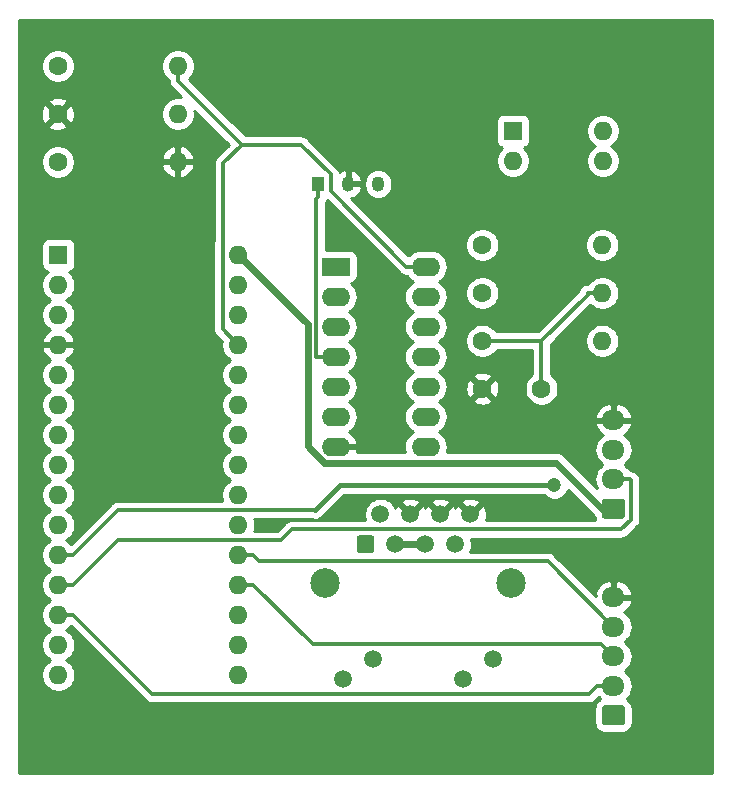
<source format=gtl>
G04 #@! TF.GenerationSoftware,KiCad,Pcbnew,(5.1.5)-2*
G04 #@! TF.CreationDate,2019-12-11T14:25:45+09:00*
G04 #@! TF.ProjectId,circuit_master_ver.1.0.0,63697263-7569-4745-9f6d-61737465725f,rev?*
G04 #@! TF.SameCoordinates,Original*
G04 #@! TF.FileFunction,Copper,L1,Top*
G04 #@! TF.FilePolarity,Positive*
%FSLAX46Y46*%
G04 Gerber Fmt 4.6, Leading zero omitted, Abs format (unit mm)*
G04 Created by KiCad (PCBNEW (5.1.5)-2) date 2019-12-11 14:25:45*
%MOMM*%
%LPD*%
G04 APERTURE LIST*
%ADD10O,1.050000X1.300000*%
%ADD11R,1.050000X1.300000*%
%ADD12R,1.600000X1.600000*%
%ADD13O,1.600000X1.600000*%
%ADD14C,1.600000*%
%ADD15C,0.100000*%
%ADD16C,1.500000*%
%ADD17C,2.500000*%
%ADD18O,1.950000X1.700000*%
%ADD19R,2.400000X1.600000*%
%ADD20O,2.400000X1.600000*%
%ADD21C,1.200000*%
%ADD22C,0.300000*%
%ADD23C,0.600000*%
%ADD24C,0.400000*%
%ADD25C,0.254000*%
G04 APERTURE END LIST*
D10*
X63540000Y-124500000D03*
X66080000Y-124500000D03*
D11*
X61000000Y-124500000D03*
D12*
X39000000Y-130500000D03*
D13*
X54240000Y-163520000D03*
X39000000Y-133040000D03*
X54240000Y-160980000D03*
X39000000Y-135580000D03*
X54240000Y-158440000D03*
X39000000Y-138120000D03*
X54240000Y-155900000D03*
X39000000Y-140660000D03*
X54240000Y-153360000D03*
X39000000Y-143200000D03*
X54240000Y-150820000D03*
X39000000Y-145740000D03*
X54240000Y-148280000D03*
X39000000Y-148280000D03*
X54240000Y-145740000D03*
X39000000Y-150820000D03*
X54240000Y-143200000D03*
X39000000Y-153360000D03*
X54240000Y-140660000D03*
X39000000Y-155900000D03*
X54240000Y-138120000D03*
X39000000Y-158440000D03*
X54240000Y-135580000D03*
X39000000Y-160980000D03*
X54240000Y-133040000D03*
X39000000Y-163520000D03*
X54240000Y-130500000D03*
X39000000Y-166060000D03*
X54240000Y-166060000D03*
D14*
X74905000Y-141825000D03*
X79905000Y-141825000D03*
G04 #@! TA.AperFunction,ComponentPad*
D15*
G36*
X65524053Y-154251206D02*
G01*
X65548370Y-154254813D01*
X65572216Y-154260786D01*
X65595362Y-154269068D01*
X65617585Y-154279579D01*
X65638670Y-154292217D01*
X65658416Y-154306861D01*
X65676630Y-154323370D01*
X65693139Y-154341584D01*
X65707783Y-154361330D01*
X65720421Y-154382415D01*
X65730932Y-154404638D01*
X65739214Y-154427784D01*
X65745187Y-154451630D01*
X65748794Y-154475947D01*
X65750000Y-154500500D01*
X65750000Y-155499500D01*
X65748794Y-155524053D01*
X65745187Y-155548370D01*
X65739214Y-155572216D01*
X65730932Y-155595362D01*
X65720421Y-155617585D01*
X65707783Y-155638670D01*
X65693139Y-155658416D01*
X65676630Y-155676630D01*
X65658416Y-155693139D01*
X65638670Y-155707783D01*
X65617585Y-155720421D01*
X65595362Y-155730932D01*
X65572216Y-155739214D01*
X65548370Y-155745187D01*
X65524053Y-155748794D01*
X65499500Y-155750000D01*
X64500500Y-155750000D01*
X64475947Y-155748794D01*
X64451630Y-155745187D01*
X64427784Y-155739214D01*
X64404638Y-155730932D01*
X64382415Y-155720421D01*
X64361330Y-155707783D01*
X64341584Y-155693139D01*
X64323370Y-155676630D01*
X64306861Y-155658416D01*
X64292217Y-155638670D01*
X64279579Y-155617585D01*
X64269068Y-155595362D01*
X64260786Y-155572216D01*
X64254813Y-155548370D01*
X64251206Y-155524053D01*
X64250000Y-155499500D01*
X64250000Y-154500500D01*
X64251206Y-154475947D01*
X64254813Y-154451630D01*
X64260786Y-154427784D01*
X64269068Y-154404638D01*
X64279579Y-154382415D01*
X64292217Y-154361330D01*
X64306861Y-154341584D01*
X64323370Y-154323370D01*
X64341584Y-154306861D01*
X64361330Y-154292217D01*
X64382415Y-154279579D01*
X64404638Y-154269068D01*
X64427784Y-154260786D01*
X64451630Y-154254813D01*
X64475947Y-154251206D01*
X64500500Y-154250000D01*
X65499500Y-154250000D01*
X65524053Y-154251206D01*
G37*
G04 #@! TD.AperFunction*
D16*
X66270000Y-152460000D03*
X67540000Y-155000000D03*
X68810000Y-152460000D03*
X70080000Y-155000000D03*
X71350000Y-152460000D03*
X72620000Y-155000000D03*
D17*
X61570000Y-158300000D03*
D16*
X73890000Y-152460000D03*
D17*
X77320000Y-158300000D03*
D16*
X63120000Y-166430000D03*
X65660000Y-164730000D03*
X75770000Y-164730000D03*
X73230000Y-166430000D03*
G04 #@! TA.AperFunction,ComponentPad*
D15*
G36*
X86749504Y-151151204D02*
G01*
X86773773Y-151154804D01*
X86797571Y-151160765D01*
X86820671Y-151169030D01*
X86842849Y-151179520D01*
X86863893Y-151192133D01*
X86883598Y-151206747D01*
X86901777Y-151223223D01*
X86918253Y-151241402D01*
X86932867Y-151261107D01*
X86945480Y-151282151D01*
X86955970Y-151304329D01*
X86964235Y-151327429D01*
X86970196Y-151351227D01*
X86973796Y-151375496D01*
X86975000Y-151400000D01*
X86975000Y-152600000D01*
X86973796Y-152624504D01*
X86970196Y-152648773D01*
X86964235Y-152672571D01*
X86955970Y-152695671D01*
X86945480Y-152717849D01*
X86932867Y-152738893D01*
X86918253Y-152758598D01*
X86901777Y-152776777D01*
X86883598Y-152793253D01*
X86863893Y-152807867D01*
X86842849Y-152820480D01*
X86820671Y-152830970D01*
X86797571Y-152839235D01*
X86773773Y-152845196D01*
X86749504Y-152848796D01*
X86725000Y-152850000D01*
X85275000Y-152850000D01*
X85250496Y-152848796D01*
X85226227Y-152845196D01*
X85202429Y-152839235D01*
X85179329Y-152830970D01*
X85157151Y-152820480D01*
X85136107Y-152807867D01*
X85116402Y-152793253D01*
X85098223Y-152776777D01*
X85081747Y-152758598D01*
X85067133Y-152738893D01*
X85054520Y-152717849D01*
X85044030Y-152695671D01*
X85035765Y-152672571D01*
X85029804Y-152648773D01*
X85026204Y-152624504D01*
X85025000Y-152600000D01*
X85025000Y-151400000D01*
X85026204Y-151375496D01*
X85029804Y-151351227D01*
X85035765Y-151327429D01*
X85044030Y-151304329D01*
X85054520Y-151282151D01*
X85067133Y-151261107D01*
X85081747Y-151241402D01*
X85098223Y-151223223D01*
X85116402Y-151206747D01*
X85136107Y-151192133D01*
X85157151Y-151179520D01*
X85179329Y-151169030D01*
X85202429Y-151160765D01*
X85226227Y-151154804D01*
X85250496Y-151151204D01*
X85275000Y-151150000D01*
X86725000Y-151150000D01*
X86749504Y-151151204D01*
G37*
G04 #@! TD.AperFunction*
D18*
X86000000Y-149500000D03*
X86000000Y-147000000D03*
X86000000Y-144500000D03*
G04 #@! TA.AperFunction,ComponentPad*
D15*
G36*
X86749504Y-168651204D02*
G01*
X86773773Y-168654804D01*
X86797571Y-168660765D01*
X86820671Y-168669030D01*
X86842849Y-168679520D01*
X86863893Y-168692133D01*
X86883598Y-168706747D01*
X86901777Y-168723223D01*
X86918253Y-168741402D01*
X86932867Y-168761107D01*
X86945480Y-168782151D01*
X86955970Y-168804329D01*
X86964235Y-168827429D01*
X86970196Y-168851227D01*
X86973796Y-168875496D01*
X86975000Y-168900000D01*
X86975000Y-170100000D01*
X86973796Y-170124504D01*
X86970196Y-170148773D01*
X86964235Y-170172571D01*
X86955970Y-170195671D01*
X86945480Y-170217849D01*
X86932867Y-170238893D01*
X86918253Y-170258598D01*
X86901777Y-170276777D01*
X86883598Y-170293253D01*
X86863893Y-170307867D01*
X86842849Y-170320480D01*
X86820671Y-170330970D01*
X86797571Y-170339235D01*
X86773773Y-170345196D01*
X86749504Y-170348796D01*
X86725000Y-170350000D01*
X85275000Y-170350000D01*
X85250496Y-170348796D01*
X85226227Y-170345196D01*
X85202429Y-170339235D01*
X85179329Y-170330970D01*
X85157151Y-170320480D01*
X85136107Y-170307867D01*
X85116402Y-170293253D01*
X85098223Y-170276777D01*
X85081747Y-170258598D01*
X85067133Y-170238893D01*
X85054520Y-170217849D01*
X85044030Y-170195671D01*
X85035765Y-170172571D01*
X85029804Y-170148773D01*
X85026204Y-170124504D01*
X85025000Y-170100000D01*
X85025000Y-168900000D01*
X85026204Y-168875496D01*
X85029804Y-168851227D01*
X85035765Y-168827429D01*
X85044030Y-168804329D01*
X85054520Y-168782151D01*
X85067133Y-168761107D01*
X85081747Y-168741402D01*
X85098223Y-168723223D01*
X85116402Y-168706747D01*
X85136107Y-168692133D01*
X85157151Y-168679520D01*
X85179329Y-168669030D01*
X85202429Y-168660765D01*
X85226227Y-168654804D01*
X85250496Y-168651204D01*
X85275000Y-168650000D01*
X86725000Y-168650000D01*
X86749504Y-168651204D01*
G37*
G04 #@! TD.AperFunction*
D18*
X86000000Y-167000000D03*
X86000000Y-164500000D03*
X86000000Y-162000000D03*
X86000000Y-159500000D03*
D13*
X85065000Y-129675000D03*
D14*
X74905000Y-129675000D03*
X38955000Y-114525000D03*
D13*
X49115000Y-114525000D03*
X49115000Y-118575000D03*
D14*
X38955000Y-118575000D03*
X38955000Y-122625000D03*
D13*
X49115000Y-122625000D03*
D14*
X74905000Y-133725000D03*
D13*
X85065000Y-133725000D03*
X85065000Y-137775000D03*
D14*
X74905000Y-137775000D03*
D12*
X77500000Y-120000000D03*
D13*
X85120000Y-122540000D03*
X77500000Y-122540000D03*
X85120000Y-120000000D03*
D19*
X62500000Y-131500000D03*
D20*
X70120000Y-146740000D03*
X62500000Y-134040000D03*
X70120000Y-144200000D03*
X62500000Y-136580000D03*
X70120000Y-141660000D03*
X62500000Y-139120000D03*
X70120000Y-139120000D03*
X62500000Y-141660000D03*
X70120000Y-136580000D03*
X62500000Y-144200000D03*
X70120000Y-134040000D03*
X62500000Y-146740000D03*
X70120000Y-131500000D03*
D21*
X90000000Y-115000000D03*
X55000000Y-115000000D03*
X73000000Y-126000000D03*
X66500000Y-133000000D03*
X73500000Y-131500000D03*
X73000000Y-140000000D03*
X67000000Y-145500000D03*
X90000000Y-140000000D03*
X90000000Y-170000000D03*
X65000000Y-170000000D03*
X40000000Y-170000000D03*
X45000000Y-140000000D03*
X45000000Y-120000000D03*
X77500000Y-152000000D03*
X81000000Y-150000000D03*
D22*
X54240000Y-158440000D02*
X55490300Y-158440000D01*
X55490300Y-158440000D02*
X60527700Y-163477400D01*
X60527700Y-163477400D02*
X84977400Y-163477400D01*
X84977400Y-163477400D02*
X86000000Y-164500000D01*
D23*
X67540000Y-155000000D02*
X70080000Y-155000000D01*
D22*
X54240000Y-155900000D02*
X55490300Y-155900000D01*
X86000000Y-162000000D02*
X80418000Y-156418000D01*
X80418000Y-156418000D02*
X56008300Y-156418000D01*
X56008300Y-156418000D02*
X55490300Y-155900000D01*
X39000000Y-155900000D02*
X40250300Y-155900000D01*
X40250300Y-155900000D02*
X44040700Y-152109600D01*
X44040700Y-152109600D02*
X60725600Y-152109600D01*
D24*
X62835200Y-150000000D02*
X81000000Y-150000000D01*
X60725600Y-152109600D02*
X62835200Y-150000000D01*
D22*
X54520700Y-121181000D02*
X52950400Y-122751300D01*
X54520700Y-121181000D02*
X59548100Y-121181000D01*
X59548100Y-121181000D02*
X62057700Y-123690600D01*
X62057700Y-123690600D02*
X62057700Y-125088000D01*
X62057700Y-125088000D02*
X68469700Y-131500000D01*
X49115000Y-115775300D02*
X54520700Y-121181000D01*
X70120000Y-131500000D02*
X68469700Y-131500000D01*
X49115000Y-114525000D02*
X49115000Y-115775300D01*
X85065000Y-133725000D02*
X83814700Y-133725000D01*
X79905000Y-137775000D02*
X74905000Y-137775000D01*
X83814700Y-133725000D02*
X83814700Y-133865300D01*
X83814700Y-133865300D02*
X79905000Y-137775000D01*
X79905000Y-137775000D02*
X79905000Y-141825000D01*
X52950400Y-122751300D02*
X52900000Y-136100000D01*
X52900000Y-136780000D02*
X52900000Y-136100000D01*
X54240000Y-138120000D02*
X52900000Y-136780000D01*
X39000000Y-158440000D02*
X40250300Y-158440000D01*
X40250300Y-158440000D02*
X44060200Y-154630100D01*
X44060200Y-154630100D02*
X57866500Y-154630100D01*
X57866500Y-154630100D02*
X58752800Y-153743800D01*
X58752800Y-153743800D02*
X81756200Y-153743800D01*
X87475010Y-149600010D02*
X87375000Y-149500000D01*
X86641878Y-153743800D02*
X87475010Y-152910668D01*
X87375000Y-149500000D02*
X86000000Y-149500000D01*
X87475010Y-152910668D02*
X87475010Y-149600010D01*
X81756200Y-153743800D02*
X86641878Y-153743800D01*
X39000000Y-160980000D02*
X40250300Y-160980000D01*
X86000000Y-167000000D02*
X84574700Y-167000000D01*
X84574700Y-167000000D02*
X83890900Y-167683800D01*
X83890900Y-167683800D02*
X46954100Y-167683800D01*
X46954100Y-167683800D02*
X40250300Y-160980000D01*
D23*
X86000000Y-152000000D02*
X85025000Y-152000000D01*
X60099690Y-136359690D02*
X54240000Y-130500000D01*
X85025000Y-152000000D02*
X81165010Y-148140010D01*
X81165010Y-148140010D02*
X61520097Y-148140010D01*
X61520097Y-148140010D02*
X60099690Y-146719603D01*
X60099690Y-146719603D02*
X60099690Y-136359690D01*
D22*
X62500000Y-139120000D02*
X60849700Y-139120000D01*
X60849700Y-139120000D02*
X60849700Y-125750600D01*
X61000000Y-124500000D02*
X61000000Y-125600300D01*
X60849700Y-125750600D02*
X61000000Y-125600300D01*
D25*
G36*
X94340001Y-174340000D02*
G01*
X35660000Y-174340000D01*
X35660000Y-140518665D01*
X37565000Y-140518665D01*
X37565000Y-140801335D01*
X37620147Y-141078574D01*
X37728320Y-141339727D01*
X37885363Y-141574759D01*
X38085241Y-141774637D01*
X38317759Y-141930000D01*
X38085241Y-142085363D01*
X37885363Y-142285241D01*
X37728320Y-142520273D01*
X37620147Y-142781426D01*
X37565000Y-143058665D01*
X37565000Y-143341335D01*
X37620147Y-143618574D01*
X37728320Y-143879727D01*
X37885363Y-144114759D01*
X38085241Y-144314637D01*
X38317759Y-144470000D01*
X38085241Y-144625363D01*
X37885363Y-144825241D01*
X37728320Y-145060273D01*
X37620147Y-145321426D01*
X37565000Y-145598665D01*
X37565000Y-145881335D01*
X37620147Y-146158574D01*
X37728320Y-146419727D01*
X37885363Y-146654759D01*
X38085241Y-146854637D01*
X38317759Y-147010000D01*
X38085241Y-147165363D01*
X37885363Y-147365241D01*
X37728320Y-147600273D01*
X37620147Y-147861426D01*
X37565000Y-148138665D01*
X37565000Y-148421335D01*
X37620147Y-148698574D01*
X37728320Y-148959727D01*
X37885363Y-149194759D01*
X38085241Y-149394637D01*
X38317759Y-149550000D01*
X38085241Y-149705363D01*
X37885363Y-149905241D01*
X37728320Y-150140273D01*
X37620147Y-150401426D01*
X37565000Y-150678665D01*
X37565000Y-150961335D01*
X37620147Y-151238574D01*
X37728320Y-151499727D01*
X37885363Y-151734759D01*
X38085241Y-151934637D01*
X38317759Y-152090000D01*
X38085241Y-152245363D01*
X37885363Y-152445241D01*
X37728320Y-152680273D01*
X37620147Y-152941426D01*
X37565000Y-153218665D01*
X37565000Y-153501335D01*
X37620147Y-153778574D01*
X37728320Y-154039727D01*
X37885363Y-154274759D01*
X38085241Y-154474637D01*
X38317759Y-154630000D01*
X38085241Y-154785363D01*
X37885363Y-154985241D01*
X37728320Y-155220273D01*
X37620147Y-155481426D01*
X37565000Y-155758665D01*
X37565000Y-156041335D01*
X37620147Y-156318574D01*
X37728320Y-156579727D01*
X37885363Y-156814759D01*
X38085241Y-157014637D01*
X38317759Y-157170000D01*
X38085241Y-157325363D01*
X37885363Y-157525241D01*
X37728320Y-157760273D01*
X37620147Y-158021426D01*
X37565000Y-158298665D01*
X37565000Y-158581335D01*
X37620147Y-158858574D01*
X37728320Y-159119727D01*
X37885363Y-159354759D01*
X38085241Y-159554637D01*
X38317759Y-159710000D01*
X38085241Y-159865363D01*
X37885363Y-160065241D01*
X37728320Y-160300273D01*
X37620147Y-160561426D01*
X37565000Y-160838665D01*
X37565000Y-161121335D01*
X37620147Y-161398574D01*
X37728320Y-161659727D01*
X37885363Y-161894759D01*
X38085241Y-162094637D01*
X38317759Y-162250000D01*
X38085241Y-162405363D01*
X37885363Y-162605241D01*
X37728320Y-162840273D01*
X37620147Y-163101426D01*
X37565000Y-163378665D01*
X37565000Y-163661335D01*
X37620147Y-163938574D01*
X37728320Y-164199727D01*
X37885363Y-164434759D01*
X38085241Y-164634637D01*
X38317759Y-164790000D01*
X38085241Y-164945363D01*
X37885363Y-165145241D01*
X37728320Y-165380273D01*
X37620147Y-165641426D01*
X37565000Y-165918665D01*
X37565000Y-166201335D01*
X37620147Y-166478574D01*
X37728320Y-166739727D01*
X37885363Y-166974759D01*
X38085241Y-167174637D01*
X38320273Y-167331680D01*
X38581426Y-167439853D01*
X38858665Y-167495000D01*
X39141335Y-167495000D01*
X39418574Y-167439853D01*
X39679727Y-167331680D01*
X39914759Y-167174637D01*
X40114637Y-166974759D01*
X40271680Y-166739727D01*
X40379853Y-166478574D01*
X40435000Y-166201335D01*
X40435000Y-165918665D01*
X40379853Y-165641426D01*
X40271680Y-165380273D01*
X40114637Y-165145241D01*
X39914759Y-164945363D01*
X39682241Y-164790000D01*
X39914759Y-164634637D01*
X40114637Y-164434759D01*
X40271680Y-164199727D01*
X40379853Y-163938574D01*
X40435000Y-163661335D01*
X40435000Y-163378665D01*
X40379853Y-163101426D01*
X40271680Y-162840273D01*
X40114637Y-162605241D01*
X39914759Y-162405363D01*
X39682241Y-162250000D01*
X39914759Y-162094637D01*
X40084770Y-161924627D01*
X46371753Y-168211610D01*
X46396336Y-168241564D01*
X46515867Y-168339662D01*
X46641127Y-168406614D01*
X46652240Y-168412554D01*
X46800213Y-168457442D01*
X46875126Y-168464820D01*
X46915539Y-168468800D01*
X46915544Y-168468800D01*
X46954100Y-168472597D01*
X46992656Y-168468800D01*
X83852347Y-168468800D01*
X83890900Y-168472597D01*
X83929453Y-168468800D01*
X83929461Y-168468800D01*
X84044787Y-168457441D01*
X84192760Y-168412554D01*
X84329133Y-168339662D01*
X84448664Y-168241564D01*
X84473247Y-168211611D01*
X84734158Y-167950699D01*
X84819866Y-168055134D01*
X84883337Y-168107223D01*
X84781614Y-168161595D01*
X84647038Y-168272038D01*
X84536595Y-168406614D01*
X84454528Y-168560150D01*
X84403992Y-168726746D01*
X84386928Y-168900000D01*
X84386928Y-170100000D01*
X84403992Y-170273254D01*
X84454528Y-170439850D01*
X84536595Y-170593386D01*
X84647038Y-170727962D01*
X84781614Y-170838405D01*
X84935150Y-170920472D01*
X85101746Y-170971008D01*
X85275000Y-170988072D01*
X86725000Y-170988072D01*
X86898254Y-170971008D01*
X87064850Y-170920472D01*
X87218386Y-170838405D01*
X87352962Y-170727962D01*
X87463405Y-170593386D01*
X87545472Y-170439850D01*
X87596008Y-170273254D01*
X87613072Y-170100000D01*
X87613072Y-168900000D01*
X87596008Y-168726746D01*
X87545472Y-168560150D01*
X87463405Y-168406614D01*
X87352962Y-168272038D01*
X87218386Y-168161595D01*
X87116663Y-168107223D01*
X87180134Y-168055134D01*
X87365706Y-167829014D01*
X87503599Y-167571034D01*
X87588513Y-167291111D01*
X87617185Y-167000000D01*
X87588513Y-166708889D01*
X87503599Y-166428966D01*
X87365706Y-166170986D01*
X87180134Y-165944866D01*
X86954014Y-165759294D01*
X86936626Y-165750000D01*
X86954014Y-165740706D01*
X87180134Y-165555134D01*
X87365706Y-165329014D01*
X87503599Y-165071034D01*
X87588513Y-164791111D01*
X87617185Y-164500000D01*
X87588513Y-164208889D01*
X87503599Y-163928966D01*
X87365706Y-163670986D01*
X87180134Y-163444866D01*
X86954014Y-163259294D01*
X86936626Y-163250000D01*
X86954014Y-163240706D01*
X87180134Y-163055134D01*
X87365706Y-162829014D01*
X87503599Y-162571034D01*
X87588513Y-162291111D01*
X87617185Y-162000000D01*
X87588513Y-161708889D01*
X87503599Y-161428966D01*
X87365706Y-161170986D01*
X87180134Y-160944866D01*
X86954014Y-160759294D01*
X86928278Y-160745538D01*
X87134429Y-160589049D01*
X87327496Y-160371193D01*
X87474352Y-160119858D01*
X87566476Y-159856890D01*
X87445155Y-159627000D01*
X86127000Y-159627000D01*
X86127000Y-159647000D01*
X85873000Y-159647000D01*
X85873000Y-159627000D01*
X85853000Y-159627000D01*
X85853000Y-159373000D01*
X85873000Y-159373000D01*
X85873000Y-158173835D01*
X86127000Y-158173835D01*
X86127000Y-159373000D01*
X87445155Y-159373000D01*
X87566476Y-159143110D01*
X87474352Y-158880142D01*
X87327496Y-158628807D01*
X87134429Y-158410951D01*
X86902570Y-158234947D01*
X86640830Y-158107558D01*
X86359267Y-158033680D01*
X86127000Y-158173835D01*
X85873000Y-158173835D01*
X85640733Y-158033680D01*
X85359170Y-158107558D01*
X85097430Y-158234947D01*
X84865571Y-158410951D01*
X84672504Y-158628807D01*
X84525648Y-158880142D01*
X84433524Y-159143110D01*
X84554844Y-159372998D01*
X84483156Y-159372998D01*
X81000346Y-155890189D01*
X80975764Y-155860236D01*
X80856233Y-155762138D01*
X80719860Y-155689246D01*
X80571887Y-155644359D01*
X80456561Y-155633000D01*
X80456553Y-155633000D01*
X80418000Y-155629203D01*
X80379447Y-155633000D01*
X73852868Y-155633000D01*
X73931760Y-155464884D01*
X73997250Y-155200040D01*
X74009812Y-154927508D01*
X73968965Y-154657762D01*
X73922381Y-154528800D01*
X86603325Y-154528800D01*
X86641878Y-154532597D01*
X86680431Y-154528800D01*
X86680439Y-154528800D01*
X86795765Y-154517441D01*
X86943738Y-154472554D01*
X87080111Y-154399662D01*
X87199642Y-154301564D01*
X87224225Y-154271610D01*
X88002821Y-153493014D01*
X88032774Y-153468432D01*
X88130872Y-153348901D01*
X88203764Y-153212528D01*
X88219257Y-153161455D01*
X88248652Y-153064555D01*
X88256030Y-152989642D01*
X88260010Y-152949229D01*
X88260010Y-152949224D01*
X88263807Y-152910668D01*
X88260010Y-152872112D01*
X88260010Y-149638562D01*
X88263807Y-149600009D01*
X88260010Y-149561456D01*
X88260010Y-149561449D01*
X88248651Y-149446123D01*
X88203764Y-149298150D01*
X88130872Y-149161777D01*
X88032774Y-149042246D01*
X88002820Y-149017663D01*
X87957347Y-148972190D01*
X87932764Y-148942236D01*
X87813233Y-148844138D01*
X87676860Y-148771246D01*
X87528887Y-148726359D01*
X87413561Y-148715000D01*
X87413553Y-148715000D01*
X87387880Y-148712472D01*
X87365706Y-148670986D01*
X87180134Y-148444866D01*
X86954014Y-148259294D01*
X86936626Y-148250000D01*
X86954014Y-148240706D01*
X87180134Y-148055134D01*
X87365706Y-147829014D01*
X87503599Y-147571034D01*
X87588513Y-147291111D01*
X87617185Y-147000000D01*
X87588513Y-146708889D01*
X87503599Y-146428966D01*
X87365706Y-146170986D01*
X87180134Y-145944866D01*
X86954014Y-145759294D01*
X86928278Y-145745538D01*
X87134429Y-145589049D01*
X87327496Y-145371193D01*
X87474352Y-145119858D01*
X87566476Y-144856890D01*
X87445155Y-144627000D01*
X86127000Y-144627000D01*
X86127000Y-144647000D01*
X85873000Y-144647000D01*
X85873000Y-144627000D01*
X84554845Y-144627000D01*
X84433524Y-144856890D01*
X84525648Y-145119858D01*
X84672504Y-145371193D01*
X84865571Y-145589049D01*
X85071722Y-145745538D01*
X85045986Y-145759294D01*
X84819866Y-145944866D01*
X84634294Y-146170986D01*
X84496401Y-146428966D01*
X84411487Y-146708889D01*
X84382815Y-147000000D01*
X84411487Y-147291111D01*
X84496401Y-147571034D01*
X84634294Y-147829014D01*
X84819866Y-148055134D01*
X85045986Y-148240706D01*
X85063374Y-148250000D01*
X85045986Y-148259294D01*
X84819866Y-148444866D01*
X84634294Y-148670986D01*
X84496401Y-148928966D01*
X84411487Y-149208889D01*
X84382815Y-149500000D01*
X84411487Y-149791111D01*
X84496401Y-150071034D01*
X84586055Y-150238766D01*
X81858640Y-147511351D01*
X81829354Y-147475666D01*
X81686982Y-147358824D01*
X81524550Y-147272003D01*
X81348302Y-147218539D01*
X81210942Y-147205010D01*
X81165010Y-147200486D01*
X81119078Y-147205010D01*
X71878512Y-147205010D01*
X71934236Y-147021309D01*
X71961943Y-146740000D01*
X71934236Y-146458691D01*
X71852182Y-146188192D01*
X71718932Y-145938899D01*
X71539608Y-145720392D01*
X71321101Y-145541068D01*
X71188142Y-145470000D01*
X71321101Y-145398932D01*
X71539608Y-145219608D01*
X71718932Y-145001101D01*
X71852182Y-144751808D01*
X71934236Y-144481309D01*
X71961943Y-144200000D01*
X71956340Y-144143110D01*
X84433524Y-144143110D01*
X84554845Y-144373000D01*
X85873000Y-144373000D01*
X85873000Y-143173835D01*
X86127000Y-143173835D01*
X86127000Y-144373000D01*
X87445155Y-144373000D01*
X87566476Y-144143110D01*
X87474352Y-143880142D01*
X87327496Y-143628807D01*
X87134429Y-143410951D01*
X86902570Y-143234947D01*
X86640830Y-143107558D01*
X86359267Y-143033680D01*
X86127000Y-143173835D01*
X85873000Y-143173835D01*
X85640733Y-143033680D01*
X85359170Y-143107558D01*
X85097430Y-143234947D01*
X84865571Y-143410951D01*
X84672504Y-143628807D01*
X84525648Y-143880142D01*
X84433524Y-144143110D01*
X71956340Y-144143110D01*
X71934236Y-143918691D01*
X71852182Y-143648192D01*
X71718932Y-143398899D01*
X71539608Y-143180392D01*
X71321101Y-143001068D01*
X71188142Y-142930000D01*
X71321101Y-142858932D01*
X71371339Y-142817702D01*
X74091903Y-142817702D01*
X74163486Y-143061671D01*
X74418996Y-143182571D01*
X74693184Y-143251300D01*
X74975512Y-143265217D01*
X75255130Y-143223787D01*
X75521292Y-143128603D01*
X75646514Y-143061671D01*
X75718097Y-142817702D01*
X74905000Y-142004605D01*
X74091903Y-142817702D01*
X71371339Y-142817702D01*
X71539608Y-142679608D01*
X71718932Y-142461101D01*
X71852182Y-142211808D01*
X71934236Y-141941309D01*
X71938746Y-141895512D01*
X73464783Y-141895512D01*
X73506213Y-142175130D01*
X73601397Y-142441292D01*
X73668329Y-142566514D01*
X73912298Y-142638097D01*
X74725395Y-141825000D01*
X75084605Y-141825000D01*
X75897702Y-142638097D01*
X76141671Y-142566514D01*
X76262571Y-142311004D01*
X76331300Y-142036816D01*
X76345217Y-141754488D01*
X76303787Y-141474870D01*
X76208603Y-141208708D01*
X76141671Y-141083486D01*
X75897702Y-141011903D01*
X75084605Y-141825000D01*
X74725395Y-141825000D01*
X73912298Y-141011903D01*
X73668329Y-141083486D01*
X73547429Y-141338996D01*
X73478700Y-141613184D01*
X73464783Y-141895512D01*
X71938746Y-141895512D01*
X71961943Y-141660000D01*
X71934236Y-141378691D01*
X71852182Y-141108192D01*
X71718932Y-140858899D01*
X71697102Y-140832298D01*
X74091903Y-140832298D01*
X74905000Y-141645395D01*
X75718097Y-140832298D01*
X75646514Y-140588329D01*
X75391004Y-140467429D01*
X75116816Y-140398700D01*
X74834488Y-140384783D01*
X74554870Y-140426213D01*
X74288708Y-140521397D01*
X74163486Y-140588329D01*
X74091903Y-140832298D01*
X71697102Y-140832298D01*
X71539608Y-140640392D01*
X71321101Y-140461068D01*
X71188142Y-140390000D01*
X71321101Y-140318932D01*
X71539608Y-140139608D01*
X71718932Y-139921101D01*
X71852182Y-139671808D01*
X71934236Y-139401309D01*
X71961943Y-139120000D01*
X71934236Y-138838691D01*
X71852182Y-138568192D01*
X71718932Y-138318899D01*
X71539608Y-138100392D01*
X71321101Y-137921068D01*
X71188142Y-137850000D01*
X71321101Y-137778932D01*
X71498109Y-137633665D01*
X73470000Y-137633665D01*
X73470000Y-137916335D01*
X73525147Y-138193574D01*
X73633320Y-138454727D01*
X73790363Y-138689759D01*
X73990241Y-138889637D01*
X74225273Y-139046680D01*
X74486426Y-139154853D01*
X74763665Y-139210000D01*
X75046335Y-139210000D01*
X75323574Y-139154853D01*
X75584727Y-139046680D01*
X75819759Y-138889637D01*
X76019637Y-138689759D01*
X76106339Y-138560000D01*
X79120000Y-138560000D01*
X79120001Y-140623661D01*
X78990241Y-140710363D01*
X78790363Y-140910241D01*
X78633320Y-141145273D01*
X78525147Y-141406426D01*
X78470000Y-141683665D01*
X78470000Y-141966335D01*
X78525147Y-142243574D01*
X78633320Y-142504727D01*
X78790363Y-142739759D01*
X78990241Y-142939637D01*
X79225273Y-143096680D01*
X79486426Y-143204853D01*
X79763665Y-143260000D01*
X80046335Y-143260000D01*
X80323574Y-143204853D01*
X80584727Y-143096680D01*
X80819759Y-142939637D01*
X81019637Y-142739759D01*
X81176680Y-142504727D01*
X81284853Y-142243574D01*
X81340000Y-141966335D01*
X81340000Y-141683665D01*
X81284853Y-141406426D01*
X81176680Y-141145273D01*
X81019637Y-140910241D01*
X80819759Y-140710363D01*
X80690000Y-140623661D01*
X80690000Y-138100157D01*
X81156492Y-137633665D01*
X83630000Y-137633665D01*
X83630000Y-137916335D01*
X83685147Y-138193574D01*
X83793320Y-138454727D01*
X83950363Y-138689759D01*
X84150241Y-138889637D01*
X84385273Y-139046680D01*
X84646426Y-139154853D01*
X84923665Y-139210000D01*
X85206335Y-139210000D01*
X85483574Y-139154853D01*
X85744727Y-139046680D01*
X85979759Y-138889637D01*
X86179637Y-138689759D01*
X86336680Y-138454727D01*
X86444853Y-138193574D01*
X86500000Y-137916335D01*
X86500000Y-137633665D01*
X86444853Y-137356426D01*
X86336680Y-137095273D01*
X86179637Y-136860241D01*
X85979759Y-136660363D01*
X85744727Y-136503320D01*
X85483574Y-136395147D01*
X85206335Y-136340000D01*
X84923665Y-136340000D01*
X84646426Y-136395147D01*
X84385273Y-136503320D01*
X84150241Y-136660363D01*
X83950363Y-136860241D01*
X83793320Y-137095273D01*
X83685147Y-137356426D01*
X83630000Y-137633665D01*
X81156492Y-137633665D01*
X84050381Y-134739777D01*
X84150241Y-134839637D01*
X84385273Y-134996680D01*
X84646426Y-135104853D01*
X84923665Y-135160000D01*
X85206335Y-135160000D01*
X85483574Y-135104853D01*
X85744727Y-134996680D01*
X85979759Y-134839637D01*
X86179637Y-134639759D01*
X86336680Y-134404727D01*
X86444853Y-134143574D01*
X86500000Y-133866335D01*
X86500000Y-133583665D01*
X86444853Y-133306426D01*
X86336680Y-133045273D01*
X86179637Y-132810241D01*
X85979759Y-132610363D01*
X85744727Y-132453320D01*
X85483574Y-132345147D01*
X85206335Y-132290000D01*
X84923665Y-132290000D01*
X84646426Y-132345147D01*
X84385273Y-132453320D01*
X84150241Y-132610363D01*
X83950363Y-132810241D01*
X83863661Y-132940000D01*
X83853260Y-132940000D01*
X83814700Y-132936202D01*
X83776139Y-132940000D01*
X83660813Y-132951359D01*
X83512840Y-132996246D01*
X83376467Y-133069138D01*
X83256936Y-133167236D01*
X83158838Y-133286767D01*
X83085946Y-133423140D01*
X83059490Y-133510353D01*
X79579843Y-136990000D01*
X76106339Y-136990000D01*
X76019637Y-136860241D01*
X75819759Y-136660363D01*
X75584727Y-136503320D01*
X75323574Y-136395147D01*
X75046335Y-136340000D01*
X74763665Y-136340000D01*
X74486426Y-136395147D01*
X74225273Y-136503320D01*
X73990241Y-136660363D01*
X73790363Y-136860241D01*
X73633320Y-137095273D01*
X73525147Y-137356426D01*
X73470000Y-137633665D01*
X71498109Y-137633665D01*
X71539608Y-137599608D01*
X71718932Y-137381101D01*
X71852182Y-137131808D01*
X71934236Y-136861309D01*
X71961943Y-136580000D01*
X71934236Y-136298691D01*
X71852182Y-136028192D01*
X71718932Y-135778899D01*
X71539608Y-135560392D01*
X71321101Y-135381068D01*
X71188142Y-135310000D01*
X71321101Y-135238932D01*
X71539608Y-135059608D01*
X71718932Y-134841101D01*
X71852182Y-134591808D01*
X71934236Y-134321309D01*
X71961943Y-134040000D01*
X71934236Y-133758691D01*
X71881144Y-133583665D01*
X73470000Y-133583665D01*
X73470000Y-133866335D01*
X73525147Y-134143574D01*
X73633320Y-134404727D01*
X73790363Y-134639759D01*
X73990241Y-134839637D01*
X74225273Y-134996680D01*
X74486426Y-135104853D01*
X74763665Y-135160000D01*
X75046335Y-135160000D01*
X75323574Y-135104853D01*
X75584727Y-134996680D01*
X75819759Y-134839637D01*
X76019637Y-134639759D01*
X76176680Y-134404727D01*
X76284853Y-134143574D01*
X76340000Y-133866335D01*
X76340000Y-133583665D01*
X76284853Y-133306426D01*
X76176680Y-133045273D01*
X76019637Y-132810241D01*
X75819759Y-132610363D01*
X75584727Y-132453320D01*
X75323574Y-132345147D01*
X75046335Y-132290000D01*
X74763665Y-132290000D01*
X74486426Y-132345147D01*
X74225273Y-132453320D01*
X73990241Y-132610363D01*
X73790363Y-132810241D01*
X73633320Y-133045273D01*
X73525147Y-133306426D01*
X73470000Y-133583665D01*
X71881144Y-133583665D01*
X71852182Y-133488192D01*
X71718932Y-133238899D01*
X71539608Y-133020392D01*
X71321101Y-132841068D01*
X71188142Y-132770000D01*
X71321101Y-132698932D01*
X71539608Y-132519608D01*
X71718932Y-132301101D01*
X71852182Y-132051808D01*
X71934236Y-131781309D01*
X71961943Y-131500000D01*
X71934236Y-131218691D01*
X71852182Y-130948192D01*
X71718932Y-130698899D01*
X71539608Y-130480392D01*
X71321101Y-130301068D01*
X71071808Y-130167818D01*
X70801309Y-130085764D01*
X70590492Y-130065000D01*
X69649508Y-130065000D01*
X69438691Y-130085764D01*
X69168192Y-130167818D01*
X68918899Y-130301068D01*
X68700392Y-130480392D01*
X68637222Y-130557364D01*
X67613523Y-129533665D01*
X73470000Y-129533665D01*
X73470000Y-129816335D01*
X73525147Y-130093574D01*
X73633320Y-130354727D01*
X73790363Y-130589759D01*
X73990241Y-130789637D01*
X74225273Y-130946680D01*
X74486426Y-131054853D01*
X74763665Y-131110000D01*
X75046335Y-131110000D01*
X75323574Y-131054853D01*
X75584727Y-130946680D01*
X75819759Y-130789637D01*
X76019637Y-130589759D01*
X76176680Y-130354727D01*
X76284853Y-130093574D01*
X76340000Y-129816335D01*
X76340000Y-129533665D01*
X83630000Y-129533665D01*
X83630000Y-129816335D01*
X83685147Y-130093574D01*
X83793320Y-130354727D01*
X83950363Y-130589759D01*
X84150241Y-130789637D01*
X84385273Y-130946680D01*
X84646426Y-131054853D01*
X84923665Y-131110000D01*
X85206335Y-131110000D01*
X85483574Y-131054853D01*
X85744727Y-130946680D01*
X85979759Y-130789637D01*
X86179637Y-130589759D01*
X86336680Y-130354727D01*
X86444853Y-130093574D01*
X86500000Y-129816335D01*
X86500000Y-129533665D01*
X86444853Y-129256426D01*
X86336680Y-128995273D01*
X86179637Y-128760241D01*
X85979759Y-128560363D01*
X85744727Y-128403320D01*
X85483574Y-128295147D01*
X85206335Y-128240000D01*
X84923665Y-128240000D01*
X84646426Y-128295147D01*
X84385273Y-128403320D01*
X84150241Y-128560363D01*
X83950363Y-128760241D01*
X83793320Y-128995273D01*
X83685147Y-129256426D01*
X83630000Y-129533665D01*
X76340000Y-129533665D01*
X76284853Y-129256426D01*
X76176680Y-128995273D01*
X76019637Y-128760241D01*
X75819759Y-128560363D01*
X75584727Y-128403320D01*
X75323574Y-128295147D01*
X75046335Y-128240000D01*
X74763665Y-128240000D01*
X74486426Y-128295147D01*
X74225273Y-128403320D01*
X73990241Y-128560363D01*
X73790363Y-128760241D01*
X73633320Y-128995273D01*
X73525147Y-129256426D01*
X73470000Y-129533665D01*
X67613523Y-129533665D01*
X63771637Y-125691780D01*
X63845810Y-125743964D01*
X64023784Y-125679184D01*
X64220149Y-125564547D01*
X64390377Y-125413803D01*
X64527925Y-125232746D01*
X64627508Y-125028334D01*
X64685298Y-124808422D01*
X64541141Y-124627000D01*
X63667000Y-124627000D01*
X63667000Y-124647000D01*
X63413000Y-124647000D01*
X63413000Y-124627000D01*
X63393000Y-124627000D01*
X63393000Y-124373000D01*
X63413000Y-124373000D01*
X63413000Y-123381837D01*
X63667000Y-123381837D01*
X63667000Y-124373000D01*
X64541141Y-124373000D01*
X64584827Y-124318021D01*
X64920000Y-124318021D01*
X64920000Y-124681978D01*
X64936785Y-124852399D01*
X65003115Y-125071059D01*
X65110829Y-125272578D01*
X65255788Y-125449212D01*
X65432421Y-125594171D01*
X65633940Y-125701885D01*
X65852600Y-125768215D01*
X66080000Y-125790612D01*
X66307399Y-125768215D01*
X66526059Y-125701885D01*
X66727578Y-125594171D01*
X66904212Y-125449212D01*
X67049171Y-125272579D01*
X67156885Y-125071060D01*
X67223215Y-124852400D01*
X67240000Y-124681979D01*
X67240000Y-124318022D01*
X67223215Y-124147601D01*
X67156885Y-123928941D01*
X67049171Y-123727422D01*
X66904212Y-123550788D01*
X66727579Y-123405829D01*
X66526060Y-123298115D01*
X66307400Y-123231785D01*
X66080000Y-123209388D01*
X65852601Y-123231785D01*
X65633941Y-123298115D01*
X65432422Y-123405829D01*
X65255789Y-123550788D01*
X65110829Y-123727421D01*
X65003115Y-123928940D01*
X64936785Y-124147600D01*
X64920000Y-124318021D01*
X64584827Y-124318021D01*
X64685298Y-124191578D01*
X64627508Y-123971666D01*
X64527925Y-123767254D01*
X64390377Y-123586197D01*
X64220149Y-123435453D01*
X64023784Y-123320816D01*
X63845810Y-123256036D01*
X63667000Y-123381837D01*
X63413000Y-123381837D01*
X63234190Y-123256036D01*
X63056216Y-123320816D01*
X62859851Y-123435453D01*
X62813165Y-123476795D01*
X62786454Y-123388740D01*
X62713562Y-123252367D01*
X62615464Y-123132836D01*
X62585517Y-123108259D01*
X60130447Y-120653190D01*
X60105864Y-120623236D01*
X59986333Y-120525138D01*
X59849960Y-120452246D01*
X59701987Y-120407359D01*
X59586661Y-120396000D01*
X59586653Y-120396000D01*
X59548100Y-120392203D01*
X59509547Y-120396000D01*
X54845858Y-120396000D01*
X53649858Y-119200000D01*
X76061928Y-119200000D01*
X76061928Y-120800000D01*
X76074188Y-120924482D01*
X76110498Y-121044180D01*
X76169463Y-121154494D01*
X76248815Y-121251185D01*
X76345506Y-121330537D01*
X76455820Y-121389502D01*
X76575518Y-121425812D01*
X76583961Y-121426643D01*
X76385363Y-121625241D01*
X76228320Y-121860273D01*
X76120147Y-122121426D01*
X76065000Y-122398665D01*
X76065000Y-122681335D01*
X76120147Y-122958574D01*
X76228320Y-123219727D01*
X76385363Y-123454759D01*
X76585241Y-123654637D01*
X76820273Y-123811680D01*
X77081426Y-123919853D01*
X77358665Y-123975000D01*
X77641335Y-123975000D01*
X77918574Y-123919853D01*
X78179727Y-123811680D01*
X78414759Y-123654637D01*
X78614637Y-123454759D01*
X78771680Y-123219727D01*
X78879853Y-122958574D01*
X78935000Y-122681335D01*
X78935000Y-122398665D01*
X78879853Y-122121426D01*
X78771680Y-121860273D01*
X78614637Y-121625241D01*
X78416039Y-121426643D01*
X78424482Y-121425812D01*
X78544180Y-121389502D01*
X78654494Y-121330537D01*
X78751185Y-121251185D01*
X78830537Y-121154494D01*
X78889502Y-121044180D01*
X78925812Y-120924482D01*
X78938072Y-120800000D01*
X78938072Y-119858665D01*
X83685000Y-119858665D01*
X83685000Y-120141335D01*
X83740147Y-120418574D01*
X83848320Y-120679727D01*
X84005363Y-120914759D01*
X84205241Y-121114637D01*
X84437759Y-121270000D01*
X84205241Y-121425363D01*
X84005363Y-121625241D01*
X83848320Y-121860273D01*
X83740147Y-122121426D01*
X83685000Y-122398665D01*
X83685000Y-122681335D01*
X83740147Y-122958574D01*
X83848320Y-123219727D01*
X84005363Y-123454759D01*
X84205241Y-123654637D01*
X84440273Y-123811680D01*
X84701426Y-123919853D01*
X84978665Y-123975000D01*
X85261335Y-123975000D01*
X85538574Y-123919853D01*
X85799727Y-123811680D01*
X86034759Y-123654637D01*
X86234637Y-123454759D01*
X86391680Y-123219727D01*
X86499853Y-122958574D01*
X86555000Y-122681335D01*
X86555000Y-122398665D01*
X86499853Y-122121426D01*
X86391680Y-121860273D01*
X86234637Y-121625241D01*
X86034759Y-121425363D01*
X85802241Y-121270000D01*
X86034759Y-121114637D01*
X86234637Y-120914759D01*
X86391680Y-120679727D01*
X86499853Y-120418574D01*
X86555000Y-120141335D01*
X86555000Y-119858665D01*
X86499853Y-119581426D01*
X86391680Y-119320273D01*
X86234637Y-119085241D01*
X86034759Y-118885363D01*
X85799727Y-118728320D01*
X85538574Y-118620147D01*
X85261335Y-118565000D01*
X84978665Y-118565000D01*
X84701426Y-118620147D01*
X84440273Y-118728320D01*
X84205241Y-118885363D01*
X84005363Y-119085241D01*
X83848320Y-119320273D01*
X83740147Y-119581426D01*
X83685000Y-119858665D01*
X78938072Y-119858665D01*
X78938072Y-119200000D01*
X78925812Y-119075518D01*
X78889502Y-118955820D01*
X78830537Y-118845506D01*
X78751185Y-118748815D01*
X78654494Y-118669463D01*
X78544180Y-118610498D01*
X78424482Y-118574188D01*
X78300000Y-118561928D01*
X76700000Y-118561928D01*
X76575518Y-118574188D01*
X76455820Y-118610498D01*
X76345506Y-118669463D01*
X76248815Y-118748815D01*
X76169463Y-118845506D01*
X76110498Y-118955820D01*
X76074188Y-119075518D01*
X76061928Y-119200000D01*
X53649858Y-119200000D01*
X50059627Y-115609769D01*
X50229637Y-115439759D01*
X50386680Y-115204727D01*
X50494853Y-114943574D01*
X50550000Y-114666335D01*
X50550000Y-114383665D01*
X50494853Y-114106426D01*
X50386680Y-113845273D01*
X50229637Y-113610241D01*
X50029759Y-113410363D01*
X49794727Y-113253320D01*
X49533574Y-113145147D01*
X49256335Y-113090000D01*
X48973665Y-113090000D01*
X48696426Y-113145147D01*
X48435273Y-113253320D01*
X48200241Y-113410363D01*
X48000363Y-113610241D01*
X47843320Y-113845273D01*
X47735147Y-114106426D01*
X47680000Y-114383665D01*
X47680000Y-114666335D01*
X47735147Y-114943574D01*
X47843320Y-115204727D01*
X48000363Y-115439759D01*
X48200241Y-115639637D01*
X48330001Y-115726340D01*
X48330001Y-115736738D01*
X48326203Y-115775300D01*
X48341359Y-115929186D01*
X48386246Y-116077159D01*
X48386247Y-116077160D01*
X48459139Y-116213533D01*
X48499690Y-116262944D01*
X48532655Y-116303112D01*
X48532659Y-116303116D01*
X48557237Y-116333064D01*
X48587185Y-116357642D01*
X49397653Y-117168110D01*
X49256335Y-117140000D01*
X48973665Y-117140000D01*
X48696426Y-117195147D01*
X48435273Y-117303320D01*
X48200241Y-117460363D01*
X48000363Y-117660241D01*
X47843320Y-117895273D01*
X47735147Y-118156426D01*
X47680000Y-118433665D01*
X47680000Y-118716335D01*
X47735147Y-118993574D01*
X47843320Y-119254727D01*
X48000363Y-119489759D01*
X48200241Y-119689637D01*
X48435273Y-119846680D01*
X48696426Y-119954853D01*
X48973665Y-120010000D01*
X49256335Y-120010000D01*
X49533574Y-119954853D01*
X49794727Y-119846680D01*
X50029759Y-119689637D01*
X50229637Y-119489759D01*
X50386680Y-119254727D01*
X50494853Y-118993574D01*
X50550000Y-118716335D01*
X50550000Y-118433665D01*
X50521890Y-118292347D01*
X53410543Y-121181000D01*
X52423634Y-122167909D01*
X52394746Y-122191435D01*
X52369109Y-122222434D01*
X52368055Y-122223488D01*
X52344523Y-122252162D01*
X52296198Y-122310594D01*
X52295486Y-122311914D01*
X52294539Y-122313068D01*
X52258845Y-122379847D01*
X52222791Y-122446691D01*
X52222351Y-122448122D01*
X52221646Y-122449441D01*
X52199620Y-122522051D01*
X52177346Y-122594494D01*
X52177194Y-122595980D01*
X52176759Y-122597414D01*
X52169321Y-122672933D01*
X52165552Y-122709776D01*
X52165546Y-122711261D01*
X52161603Y-122751300D01*
X52165255Y-122788383D01*
X52115147Y-136059950D01*
X52115000Y-136061439D01*
X52115000Y-136098781D01*
X52114861Y-136135596D01*
X52115000Y-136137064D01*
X52115000Y-136741447D01*
X52111203Y-136780000D01*
X52115000Y-136818553D01*
X52115000Y-136818560D01*
X52126359Y-136933886D01*
X52171246Y-137081859D01*
X52244138Y-137218232D01*
X52342236Y-137337764D01*
X52372190Y-137362347D01*
X52835446Y-137825604D01*
X52805000Y-137978665D01*
X52805000Y-138261335D01*
X52860147Y-138538574D01*
X52968320Y-138799727D01*
X53125363Y-139034759D01*
X53325241Y-139234637D01*
X53557759Y-139390000D01*
X53325241Y-139545363D01*
X53125363Y-139745241D01*
X52968320Y-139980273D01*
X52860147Y-140241426D01*
X52805000Y-140518665D01*
X52805000Y-140801335D01*
X52860147Y-141078574D01*
X52968320Y-141339727D01*
X53125363Y-141574759D01*
X53325241Y-141774637D01*
X53557759Y-141930000D01*
X53325241Y-142085363D01*
X53125363Y-142285241D01*
X52968320Y-142520273D01*
X52860147Y-142781426D01*
X52805000Y-143058665D01*
X52805000Y-143341335D01*
X52860147Y-143618574D01*
X52968320Y-143879727D01*
X53125363Y-144114759D01*
X53325241Y-144314637D01*
X53557759Y-144470000D01*
X53325241Y-144625363D01*
X53125363Y-144825241D01*
X52968320Y-145060273D01*
X52860147Y-145321426D01*
X52805000Y-145598665D01*
X52805000Y-145881335D01*
X52860147Y-146158574D01*
X52968320Y-146419727D01*
X53125363Y-146654759D01*
X53325241Y-146854637D01*
X53557759Y-147010000D01*
X53325241Y-147165363D01*
X53125363Y-147365241D01*
X52968320Y-147600273D01*
X52860147Y-147861426D01*
X52805000Y-148138665D01*
X52805000Y-148421335D01*
X52860147Y-148698574D01*
X52968320Y-148959727D01*
X53125363Y-149194759D01*
X53325241Y-149394637D01*
X53557759Y-149550000D01*
X53325241Y-149705363D01*
X53125363Y-149905241D01*
X52968320Y-150140273D01*
X52860147Y-150401426D01*
X52805000Y-150678665D01*
X52805000Y-150961335D01*
X52860147Y-151238574D01*
X52895780Y-151324600D01*
X44079252Y-151324600D01*
X44040699Y-151320803D01*
X44002146Y-151324600D01*
X44002139Y-151324600D01*
X43901190Y-151334543D01*
X43886812Y-151335959D01*
X43770200Y-151371333D01*
X43738840Y-151380846D01*
X43602467Y-151453738D01*
X43546430Y-151499727D01*
X43512887Y-151527255D01*
X43512884Y-151527258D01*
X43482936Y-151551836D01*
X43458358Y-151581784D01*
X40084769Y-154955373D01*
X39914759Y-154785363D01*
X39682241Y-154630000D01*
X39914759Y-154474637D01*
X40114637Y-154274759D01*
X40271680Y-154039727D01*
X40379853Y-153778574D01*
X40435000Y-153501335D01*
X40435000Y-153218665D01*
X40379853Y-152941426D01*
X40271680Y-152680273D01*
X40114637Y-152445241D01*
X39914759Y-152245363D01*
X39682241Y-152090000D01*
X39914759Y-151934637D01*
X40114637Y-151734759D01*
X40271680Y-151499727D01*
X40379853Y-151238574D01*
X40435000Y-150961335D01*
X40435000Y-150678665D01*
X40379853Y-150401426D01*
X40271680Y-150140273D01*
X40114637Y-149905241D01*
X39914759Y-149705363D01*
X39682241Y-149550000D01*
X39914759Y-149394637D01*
X40114637Y-149194759D01*
X40271680Y-148959727D01*
X40379853Y-148698574D01*
X40435000Y-148421335D01*
X40435000Y-148138665D01*
X40379853Y-147861426D01*
X40271680Y-147600273D01*
X40114637Y-147365241D01*
X39914759Y-147165363D01*
X39682241Y-147010000D01*
X39914759Y-146854637D01*
X40114637Y-146654759D01*
X40271680Y-146419727D01*
X40379853Y-146158574D01*
X40435000Y-145881335D01*
X40435000Y-145598665D01*
X40379853Y-145321426D01*
X40271680Y-145060273D01*
X40114637Y-144825241D01*
X39914759Y-144625363D01*
X39682241Y-144470000D01*
X39914759Y-144314637D01*
X40114637Y-144114759D01*
X40271680Y-143879727D01*
X40379853Y-143618574D01*
X40435000Y-143341335D01*
X40435000Y-143058665D01*
X40379853Y-142781426D01*
X40271680Y-142520273D01*
X40114637Y-142285241D01*
X39914759Y-142085363D01*
X39682241Y-141930000D01*
X39914759Y-141774637D01*
X40114637Y-141574759D01*
X40271680Y-141339727D01*
X40379853Y-141078574D01*
X40435000Y-140801335D01*
X40435000Y-140518665D01*
X40379853Y-140241426D01*
X40271680Y-139980273D01*
X40114637Y-139745241D01*
X39914759Y-139545363D01*
X39679727Y-139388320D01*
X39669135Y-139383933D01*
X39855131Y-139272385D01*
X40063519Y-139083414D01*
X40231037Y-138857420D01*
X40351246Y-138603087D01*
X40391904Y-138469039D01*
X40269915Y-138247000D01*
X39127000Y-138247000D01*
X39127000Y-138267000D01*
X38873000Y-138267000D01*
X38873000Y-138247000D01*
X37730085Y-138247000D01*
X37608096Y-138469039D01*
X37648754Y-138603087D01*
X37768963Y-138857420D01*
X37936481Y-139083414D01*
X38144869Y-139272385D01*
X38330865Y-139383933D01*
X38320273Y-139388320D01*
X38085241Y-139545363D01*
X37885363Y-139745241D01*
X37728320Y-139980273D01*
X37620147Y-140241426D01*
X37565000Y-140518665D01*
X35660000Y-140518665D01*
X35660000Y-129700000D01*
X37561928Y-129700000D01*
X37561928Y-131300000D01*
X37574188Y-131424482D01*
X37610498Y-131544180D01*
X37669463Y-131654494D01*
X37748815Y-131751185D01*
X37845506Y-131830537D01*
X37955820Y-131889502D01*
X38075518Y-131925812D01*
X38083961Y-131926643D01*
X37885363Y-132125241D01*
X37728320Y-132360273D01*
X37620147Y-132621426D01*
X37565000Y-132898665D01*
X37565000Y-133181335D01*
X37620147Y-133458574D01*
X37728320Y-133719727D01*
X37885363Y-133954759D01*
X38085241Y-134154637D01*
X38317759Y-134310000D01*
X38085241Y-134465363D01*
X37885363Y-134665241D01*
X37728320Y-134900273D01*
X37620147Y-135161426D01*
X37565000Y-135438665D01*
X37565000Y-135721335D01*
X37620147Y-135998574D01*
X37728320Y-136259727D01*
X37885363Y-136494759D01*
X38085241Y-136694637D01*
X38320273Y-136851680D01*
X38330865Y-136856067D01*
X38144869Y-136967615D01*
X37936481Y-137156586D01*
X37768963Y-137382580D01*
X37648754Y-137636913D01*
X37608096Y-137770961D01*
X37730085Y-137993000D01*
X38873000Y-137993000D01*
X38873000Y-137973000D01*
X39127000Y-137973000D01*
X39127000Y-137993000D01*
X40269915Y-137993000D01*
X40391904Y-137770961D01*
X40351246Y-137636913D01*
X40231037Y-137382580D01*
X40063519Y-137156586D01*
X39855131Y-136967615D01*
X39669135Y-136856067D01*
X39679727Y-136851680D01*
X39914759Y-136694637D01*
X40114637Y-136494759D01*
X40271680Y-136259727D01*
X40379853Y-135998574D01*
X40435000Y-135721335D01*
X40435000Y-135438665D01*
X40379853Y-135161426D01*
X40271680Y-134900273D01*
X40114637Y-134665241D01*
X39914759Y-134465363D01*
X39682241Y-134310000D01*
X39914759Y-134154637D01*
X40114637Y-133954759D01*
X40271680Y-133719727D01*
X40379853Y-133458574D01*
X40435000Y-133181335D01*
X40435000Y-132898665D01*
X40379853Y-132621426D01*
X40271680Y-132360273D01*
X40114637Y-132125241D01*
X39916039Y-131926643D01*
X39924482Y-131925812D01*
X40044180Y-131889502D01*
X40154494Y-131830537D01*
X40251185Y-131751185D01*
X40330537Y-131654494D01*
X40389502Y-131544180D01*
X40425812Y-131424482D01*
X40438072Y-131300000D01*
X40438072Y-129700000D01*
X40425812Y-129575518D01*
X40389502Y-129455820D01*
X40330537Y-129345506D01*
X40251185Y-129248815D01*
X40154494Y-129169463D01*
X40044180Y-129110498D01*
X39924482Y-129074188D01*
X39800000Y-129061928D01*
X38200000Y-129061928D01*
X38075518Y-129074188D01*
X37955820Y-129110498D01*
X37845506Y-129169463D01*
X37748815Y-129248815D01*
X37669463Y-129345506D01*
X37610498Y-129455820D01*
X37574188Y-129575518D01*
X37561928Y-129700000D01*
X35660000Y-129700000D01*
X35660000Y-122483665D01*
X37520000Y-122483665D01*
X37520000Y-122766335D01*
X37575147Y-123043574D01*
X37683320Y-123304727D01*
X37840363Y-123539759D01*
X38040241Y-123739637D01*
X38275273Y-123896680D01*
X38536426Y-124004853D01*
X38813665Y-124060000D01*
X39096335Y-124060000D01*
X39373574Y-124004853D01*
X39634727Y-123896680D01*
X39869759Y-123739637D01*
X40069637Y-123539759D01*
X40226680Y-123304727D01*
X40334853Y-123043574D01*
X40348684Y-122974039D01*
X47723096Y-122974039D01*
X47763754Y-123108087D01*
X47883963Y-123362420D01*
X48051481Y-123588414D01*
X48259869Y-123777385D01*
X48501119Y-123922070D01*
X48765960Y-124016909D01*
X48988000Y-123895624D01*
X48988000Y-122752000D01*
X49242000Y-122752000D01*
X49242000Y-123895624D01*
X49464040Y-124016909D01*
X49728881Y-123922070D01*
X49970131Y-123777385D01*
X50178519Y-123588414D01*
X50346037Y-123362420D01*
X50466246Y-123108087D01*
X50506904Y-122974039D01*
X50384915Y-122752000D01*
X49242000Y-122752000D01*
X48988000Y-122752000D01*
X47845085Y-122752000D01*
X47723096Y-122974039D01*
X40348684Y-122974039D01*
X40390000Y-122766335D01*
X40390000Y-122483665D01*
X40348685Y-122275961D01*
X47723096Y-122275961D01*
X47845085Y-122498000D01*
X48988000Y-122498000D01*
X48988000Y-121354376D01*
X49242000Y-121354376D01*
X49242000Y-122498000D01*
X50384915Y-122498000D01*
X50506904Y-122275961D01*
X50466246Y-122141913D01*
X50346037Y-121887580D01*
X50178519Y-121661586D01*
X49970131Y-121472615D01*
X49728881Y-121327930D01*
X49464040Y-121233091D01*
X49242000Y-121354376D01*
X48988000Y-121354376D01*
X48765960Y-121233091D01*
X48501119Y-121327930D01*
X48259869Y-121472615D01*
X48051481Y-121661586D01*
X47883963Y-121887580D01*
X47763754Y-122141913D01*
X47723096Y-122275961D01*
X40348685Y-122275961D01*
X40334853Y-122206426D01*
X40226680Y-121945273D01*
X40069637Y-121710241D01*
X39869759Y-121510363D01*
X39634727Y-121353320D01*
X39373574Y-121245147D01*
X39096335Y-121190000D01*
X38813665Y-121190000D01*
X38536426Y-121245147D01*
X38275273Y-121353320D01*
X38040241Y-121510363D01*
X37840363Y-121710241D01*
X37683320Y-121945273D01*
X37575147Y-122206426D01*
X37520000Y-122483665D01*
X35660000Y-122483665D01*
X35660000Y-119567702D01*
X38141903Y-119567702D01*
X38213486Y-119811671D01*
X38468996Y-119932571D01*
X38743184Y-120001300D01*
X39025512Y-120015217D01*
X39305130Y-119973787D01*
X39571292Y-119878603D01*
X39696514Y-119811671D01*
X39768097Y-119567702D01*
X38955000Y-118754605D01*
X38141903Y-119567702D01*
X35660000Y-119567702D01*
X35660000Y-118645512D01*
X37514783Y-118645512D01*
X37556213Y-118925130D01*
X37651397Y-119191292D01*
X37718329Y-119316514D01*
X37962298Y-119388097D01*
X38775395Y-118575000D01*
X39134605Y-118575000D01*
X39947702Y-119388097D01*
X40191671Y-119316514D01*
X40312571Y-119061004D01*
X40381300Y-118786816D01*
X40395217Y-118504488D01*
X40353787Y-118224870D01*
X40258603Y-117958708D01*
X40191671Y-117833486D01*
X39947702Y-117761903D01*
X39134605Y-118575000D01*
X38775395Y-118575000D01*
X37962298Y-117761903D01*
X37718329Y-117833486D01*
X37597429Y-118088996D01*
X37528700Y-118363184D01*
X37514783Y-118645512D01*
X35660000Y-118645512D01*
X35660000Y-117582298D01*
X38141903Y-117582298D01*
X38955000Y-118395395D01*
X39768097Y-117582298D01*
X39696514Y-117338329D01*
X39441004Y-117217429D01*
X39166816Y-117148700D01*
X38884488Y-117134783D01*
X38604870Y-117176213D01*
X38338708Y-117271397D01*
X38213486Y-117338329D01*
X38141903Y-117582298D01*
X35660000Y-117582298D01*
X35660000Y-114383665D01*
X37520000Y-114383665D01*
X37520000Y-114666335D01*
X37575147Y-114943574D01*
X37683320Y-115204727D01*
X37840363Y-115439759D01*
X38040241Y-115639637D01*
X38275273Y-115796680D01*
X38536426Y-115904853D01*
X38813665Y-115960000D01*
X39096335Y-115960000D01*
X39373574Y-115904853D01*
X39634727Y-115796680D01*
X39869759Y-115639637D01*
X40069637Y-115439759D01*
X40226680Y-115204727D01*
X40334853Y-114943574D01*
X40390000Y-114666335D01*
X40390000Y-114383665D01*
X40334853Y-114106426D01*
X40226680Y-113845273D01*
X40069637Y-113610241D01*
X39869759Y-113410363D01*
X39634727Y-113253320D01*
X39373574Y-113145147D01*
X39096335Y-113090000D01*
X38813665Y-113090000D01*
X38536426Y-113145147D01*
X38275273Y-113253320D01*
X38040241Y-113410363D01*
X37840363Y-113610241D01*
X37683320Y-113845273D01*
X37575147Y-114106426D01*
X37520000Y-114383665D01*
X35660000Y-114383665D01*
X35660000Y-110660000D01*
X94340000Y-110660000D01*
X94340001Y-174340000D01*
G37*
X94340001Y-174340000D02*
X35660000Y-174340000D01*
X35660000Y-140518665D01*
X37565000Y-140518665D01*
X37565000Y-140801335D01*
X37620147Y-141078574D01*
X37728320Y-141339727D01*
X37885363Y-141574759D01*
X38085241Y-141774637D01*
X38317759Y-141930000D01*
X38085241Y-142085363D01*
X37885363Y-142285241D01*
X37728320Y-142520273D01*
X37620147Y-142781426D01*
X37565000Y-143058665D01*
X37565000Y-143341335D01*
X37620147Y-143618574D01*
X37728320Y-143879727D01*
X37885363Y-144114759D01*
X38085241Y-144314637D01*
X38317759Y-144470000D01*
X38085241Y-144625363D01*
X37885363Y-144825241D01*
X37728320Y-145060273D01*
X37620147Y-145321426D01*
X37565000Y-145598665D01*
X37565000Y-145881335D01*
X37620147Y-146158574D01*
X37728320Y-146419727D01*
X37885363Y-146654759D01*
X38085241Y-146854637D01*
X38317759Y-147010000D01*
X38085241Y-147165363D01*
X37885363Y-147365241D01*
X37728320Y-147600273D01*
X37620147Y-147861426D01*
X37565000Y-148138665D01*
X37565000Y-148421335D01*
X37620147Y-148698574D01*
X37728320Y-148959727D01*
X37885363Y-149194759D01*
X38085241Y-149394637D01*
X38317759Y-149550000D01*
X38085241Y-149705363D01*
X37885363Y-149905241D01*
X37728320Y-150140273D01*
X37620147Y-150401426D01*
X37565000Y-150678665D01*
X37565000Y-150961335D01*
X37620147Y-151238574D01*
X37728320Y-151499727D01*
X37885363Y-151734759D01*
X38085241Y-151934637D01*
X38317759Y-152090000D01*
X38085241Y-152245363D01*
X37885363Y-152445241D01*
X37728320Y-152680273D01*
X37620147Y-152941426D01*
X37565000Y-153218665D01*
X37565000Y-153501335D01*
X37620147Y-153778574D01*
X37728320Y-154039727D01*
X37885363Y-154274759D01*
X38085241Y-154474637D01*
X38317759Y-154630000D01*
X38085241Y-154785363D01*
X37885363Y-154985241D01*
X37728320Y-155220273D01*
X37620147Y-155481426D01*
X37565000Y-155758665D01*
X37565000Y-156041335D01*
X37620147Y-156318574D01*
X37728320Y-156579727D01*
X37885363Y-156814759D01*
X38085241Y-157014637D01*
X38317759Y-157170000D01*
X38085241Y-157325363D01*
X37885363Y-157525241D01*
X37728320Y-157760273D01*
X37620147Y-158021426D01*
X37565000Y-158298665D01*
X37565000Y-158581335D01*
X37620147Y-158858574D01*
X37728320Y-159119727D01*
X37885363Y-159354759D01*
X38085241Y-159554637D01*
X38317759Y-159710000D01*
X38085241Y-159865363D01*
X37885363Y-160065241D01*
X37728320Y-160300273D01*
X37620147Y-160561426D01*
X37565000Y-160838665D01*
X37565000Y-161121335D01*
X37620147Y-161398574D01*
X37728320Y-161659727D01*
X37885363Y-161894759D01*
X38085241Y-162094637D01*
X38317759Y-162250000D01*
X38085241Y-162405363D01*
X37885363Y-162605241D01*
X37728320Y-162840273D01*
X37620147Y-163101426D01*
X37565000Y-163378665D01*
X37565000Y-163661335D01*
X37620147Y-163938574D01*
X37728320Y-164199727D01*
X37885363Y-164434759D01*
X38085241Y-164634637D01*
X38317759Y-164790000D01*
X38085241Y-164945363D01*
X37885363Y-165145241D01*
X37728320Y-165380273D01*
X37620147Y-165641426D01*
X37565000Y-165918665D01*
X37565000Y-166201335D01*
X37620147Y-166478574D01*
X37728320Y-166739727D01*
X37885363Y-166974759D01*
X38085241Y-167174637D01*
X38320273Y-167331680D01*
X38581426Y-167439853D01*
X38858665Y-167495000D01*
X39141335Y-167495000D01*
X39418574Y-167439853D01*
X39679727Y-167331680D01*
X39914759Y-167174637D01*
X40114637Y-166974759D01*
X40271680Y-166739727D01*
X40379853Y-166478574D01*
X40435000Y-166201335D01*
X40435000Y-165918665D01*
X40379853Y-165641426D01*
X40271680Y-165380273D01*
X40114637Y-165145241D01*
X39914759Y-164945363D01*
X39682241Y-164790000D01*
X39914759Y-164634637D01*
X40114637Y-164434759D01*
X40271680Y-164199727D01*
X40379853Y-163938574D01*
X40435000Y-163661335D01*
X40435000Y-163378665D01*
X40379853Y-163101426D01*
X40271680Y-162840273D01*
X40114637Y-162605241D01*
X39914759Y-162405363D01*
X39682241Y-162250000D01*
X39914759Y-162094637D01*
X40084770Y-161924627D01*
X46371753Y-168211610D01*
X46396336Y-168241564D01*
X46515867Y-168339662D01*
X46641127Y-168406614D01*
X46652240Y-168412554D01*
X46800213Y-168457442D01*
X46875126Y-168464820D01*
X46915539Y-168468800D01*
X46915544Y-168468800D01*
X46954100Y-168472597D01*
X46992656Y-168468800D01*
X83852347Y-168468800D01*
X83890900Y-168472597D01*
X83929453Y-168468800D01*
X83929461Y-168468800D01*
X84044787Y-168457441D01*
X84192760Y-168412554D01*
X84329133Y-168339662D01*
X84448664Y-168241564D01*
X84473247Y-168211611D01*
X84734158Y-167950699D01*
X84819866Y-168055134D01*
X84883337Y-168107223D01*
X84781614Y-168161595D01*
X84647038Y-168272038D01*
X84536595Y-168406614D01*
X84454528Y-168560150D01*
X84403992Y-168726746D01*
X84386928Y-168900000D01*
X84386928Y-170100000D01*
X84403992Y-170273254D01*
X84454528Y-170439850D01*
X84536595Y-170593386D01*
X84647038Y-170727962D01*
X84781614Y-170838405D01*
X84935150Y-170920472D01*
X85101746Y-170971008D01*
X85275000Y-170988072D01*
X86725000Y-170988072D01*
X86898254Y-170971008D01*
X87064850Y-170920472D01*
X87218386Y-170838405D01*
X87352962Y-170727962D01*
X87463405Y-170593386D01*
X87545472Y-170439850D01*
X87596008Y-170273254D01*
X87613072Y-170100000D01*
X87613072Y-168900000D01*
X87596008Y-168726746D01*
X87545472Y-168560150D01*
X87463405Y-168406614D01*
X87352962Y-168272038D01*
X87218386Y-168161595D01*
X87116663Y-168107223D01*
X87180134Y-168055134D01*
X87365706Y-167829014D01*
X87503599Y-167571034D01*
X87588513Y-167291111D01*
X87617185Y-167000000D01*
X87588513Y-166708889D01*
X87503599Y-166428966D01*
X87365706Y-166170986D01*
X87180134Y-165944866D01*
X86954014Y-165759294D01*
X86936626Y-165750000D01*
X86954014Y-165740706D01*
X87180134Y-165555134D01*
X87365706Y-165329014D01*
X87503599Y-165071034D01*
X87588513Y-164791111D01*
X87617185Y-164500000D01*
X87588513Y-164208889D01*
X87503599Y-163928966D01*
X87365706Y-163670986D01*
X87180134Y-163444866D01*
X86954014Y-163259294D01*
X86936626Y-163250000D01*
X86954014Y-163240706D01*
X87180134Y-163055134D01*
X87365706Y-162829014D01*
X87503599Y-162571034D01*
X87588513Y-162291111D01*
X87617185Y-162000000D01*
X87588513Y-161708889D01*
X87503599Y-161428966D01*
X87365706Y-161170986D01*
X87180134Y-160944866D01*
X86954014Y-160759294D01*
X86928278Y-160745538D01*
X87134429Y-160589049D01*
X87327496Y-160371193D01*
X87474352Y-160119858D01*
X87566476Y-159856890D01*
X87445155Y-159627000D01*
X86127000Y-159627000D01*
X86127000Y-159647000D01*
X85873000Y-159647000D01*
X85873000Y-159627000D01*
X85853000Y-159627000D01*
X85853000Y-159373000D01*
X85873000Y-159373000D01*
X85873000Y-158173835D01*
X86127000Y-158173835D01*
X86127000Y-159373000D01*
X87445155Y-159373000D01*
X87566476Y-159143110D01*
X87474352Y-158880142D01*
X87327496Y-158628807D01*
X87134429Y-158410951D01*
X86902570Y-158234947D01*
X86640830Y-158107558D01*
X86359267Y-158033680D01*
X86127000Y-158173835D01*
X85873000Y-158173835D01*
X85640733Y-158033680D01*
X85359170Y-158107558D01*
X85097430Y-158234947D01*
X84865571Y-158410951D01*
X84672504Y-158628807D01*
X84525648Y-158880142D01*
X84433524Y-159143110D01*
X84554844Y-159372998D01*
X84483156Y-159372998D01*
X81000346Y-155890189D01*
X80975764Y-155860236D01*
X80856233Y-155762138D01*
X80719860Y-155689246D01*
X80571887Y-155644359D01*
X80456561Y-155633000D01*
X80456553Y-155633000D01*
X80418000Y-155629203D01*
X80379447Y-155633000D01*
X73852868Y-155633000D01*
X73931760Y-155464884D01*
X73997250Y-155200040D01*
X74009812Y-154927508D01*
X73968965Y-154657762D01*
X73922381Y-154528800D01*
X86603325Y-154528800D01*
X86641878Y-154532597D01*
X86680431Y-154528800D01*
X86680439Y-154528800D01*
X86795765Y-154517441D01*
X86943738Y-154472554D01*
X87080111Y-154399662D01*
X87199642Y-154301564D01*
X87224225Y-154271610D01*
X88002821Y-153493014D01*
X88032774Y-153468432D01*
X88130872Y-153348901D01*
X88203764Y-153212528D01*
X88219257Y-153161455D01*
X88248652Y-153064555D01*
X88256030Y-152989642D01*
X88260010Y-152949229D01*
X88260010Y-152949224D01*
X88263807Y-152910668D01*
X88260010Y-152872112D01*
X88260010Y-149638562D01*
X88263807Y-149600009D01*
X88260010Y-149561456D01*
X88260010Y-149561449D01*
X88248651Y-149446123D01*
X88203764Y-149298150D01*
X88130872Y-149161777D01*
X88032774Y-149042246D01*
X88002820Y-149017663D01*
X87957347Y-148972190D01*
X87932764Y-148942236D01*
X87813233Y-148844138D01*
X87676860Y-148771246D01*
X87528887Y-148726359D01*
X87413561Y-148715000D01*
X87413553Y-148715000D01*
X87387880Y-148712472D01*
X87365706Y-148670986D01*
X87180134Y-148444866D01*
X86954014Y-148259294D01*
X86936626Y-148250000D01*
X86954014Y-148240706D01*
X87180134Y-148055134D01*
X87365706Y-147829014D01*
X87503599Y-147571034D01*
X87588513Y-147291111D01*
X87617185Y-147000000D01*
X87588513Y-146708889D01*
X87503599Y-146428966D01*
X87365706Y-146170986D01*
X87180134Y-145944866D01*
X86954014Y-145759294D01*
X86928278Y-145745538D01*
X87134429Y-145589049D01*
X87327496Y-145371193D01*
X87474352Y-145119858D01*
X87566476Y-144856890D01*
X87445155Y-144627000D01*
X86127000Y-144627000D01*
X86127000Y-144647000D01*
X85873000Y-144647000D01*
X85873000Y-144627000D01*
X84554845Y-144627000D01*
X84433524Y-144856890D01*
X84525648Y-145119858D01*
X84672504Y-145371193D01*
X84865571Y-145589049D01*
X85071722Y-145745538D01*
X85045986Y-145759294D01*
X84819866Y-145944866D01*
X84634294Y-146170986D01*
X84496401Y-146428966D01*
X84411487Y-146708889D01*
X84382815Y-147000000D01*
X84411487Y-147291111D01*
X84496401Y-147571034D01*
X84634294Y-147829014D01*
X84819866Y-148055134D01*
X85045986Y-148240706D01*
X85063374Y-148250000D01*
X85045986Y-148259294D01*
X84819866Y-148444866D01*
X84634294Y-148670986D01*
X84496401Y-148928966D01*
X84411487Y-149208889D01*
X84382815Y-149500000D01*
X84411487Y-149791111D01*
X84496401Y-150071034D01*
X84586055Y-150238766D01*
X81858640Y-147511351D01*
X81829354Y-147475666D01*
X81686982Y-147358824D01*
X81524550Y-147272003D01*
X81348302Y-147218539D01*
X81210942Y-147205010D01*
X81165010Y-147200486D01*
X81119078Y-147205010D01*
X71878512Y-147205010D01*
X71934236Y-147021309D01*
X71961943Y-146740000D01*
X71934236Y-146458691D01*
X71852182Y-146188192D01*
X71718932Y-145938899D01*
X71539608Y-145720392D01*
X71321101Y-145541068D01*
X71188142Y-145470000D01*
X71321101Y-145398932D01*
X71539608Y-145219608D01*
X71718932Y-145001101D01*
X71852182Y-144751808D01*
X71934236Y-144481309D01*
X71961943Y-144200000D01*
X71956340Y-144143110D01*
X84433524Y-144143110D01*
X84554845Y-144373000D01*
X85873000Y-144373000D01*
X85873000Y-143173835D01*
X86127000Y-143173835D01*
X86127000Y-144373000D01*
X87445155Y-144373000D01*
X87566476Y-144143110D01*
X87474352Y-143880142D01*
X87327496Y-143628807D01*
X87134429Y-143410951D01*
X86902570Y-143234947D01*
X86640830Y-143107558D01*
X86359267Y-143033680D01*
X86127000Y-143173835D01*
X85873000Y-143173835D01*
X85640733Y-143033680D01*
X85359170Y-143107558D01*
X85097430Y-143234947D01*
X84865571Y-143410951D01*
X84672504Y-143628807D01*
X84525648Y-143880142D01*
X84433524Y-144143110D01*
X71956340Y-144143110D01*
X71934236Y-143918691D01*
X71852182Y-143648192D01*
X71718932Y-143398899D01*
X71539608Y-143180392D01*
X71321101Y-143001068D01*
X71188142Y-142930000D01*
X71321101Y-142858932D01*
X71371339Y-142817702D01*
X74091903Y-142817702D01*
X74163486Y-143061671D01*
X74418996Y-143182571D01*
X74693184Y-143251300D01*
X74975512Y-143265217D01*
X75255130Y-143223787D01*
X75521292Y-143128603D01*
X75646514Y-143061671D01*
X75718097Y-142817702D01*
X74905000Y-142004605D01*
X74091903Y-142817702D01*
X71371339Y-142817702D01*
X71539608Y-142679608D01*
X71718932Y-142461101D01*
X71852182Y-142211808D01*
X71934236Y-141941309D01*
X71938746Y-141895512D01*
X73464783Y-141895512D01*
X73506213Y-142175130D01*
X73601397Y-142441292D01*
X73668329Y-142566514D01*
X73912298Y-142638097D01*
X74725395Y-141825000D01*
X75084605Y-141825000D01*
X75897702Y-142638097D01*
X76141671Y-142566514D01*
X76262571Y-142311004D01*
X76331300Y-142036816D01*
X76345217Y-141754488D01*
X76303787Y-141474870D01*
X76208603Y-141208708D01*
X76141671Y-141083486D01*
X75897702Y-141011903D01*
X75084605Y-141825000D01*
X74725395Y-141825000D01*
X73912298Y-141011903D01*
X73668329Y-141083486D01*
X73547429Y-141338996D01*
X73478700Y-141613184D01*
X73464783Y-141895512D01*
X71938746Y-141895512D01*
X71961943Y-141660000D01*
X71934236Y-141378691D01*
X71852182Y-141108192D01*
X71718932Y-140858899D01*
X71697102Y-140832298D01*
X74091903Y-140832298D01*
X74905000Y-141645395D01*
X75718097Y-140832298D01*
X75646514Y-140588329D01*
X75391004Y-140467429D01*
X75116816Y-140398700D01*
X74834488Y-140384783D01*
X74554870Y-140426213D01*
X74288708Y-140521397D01*
X74163486Y-140588329D01*
X74091903Y-140832298D01*
X71697102Y-140832298D01*
X71539608Y-140640392D01*
X71321101Y-140461068D01*
X71188142Y-140390000D01*
X71321101Y-140318932D01*
X71539608Y-140139608D01*
X71718932Y-139921101D01*
X71852182Y-139671808D01*
X71934236Y-139401309D01*
X71961943Y-139120000D01*
X71934236Y-138838691D01*
X71852182Y-138568192D01*
X71718932Y-138318899D01*
X71539608Y-138100392D01*
X71321101Y-137921068D01*
X71188142Y-137850000D01*
X71321101Y-137778932D01*
X71498109Y-137633665D01*
X73470000Y-137633665D01*
X73470000Y-137916335D01*
X73525147Y-138193574D01*
X73633320Y-138454727D01*
X73790363Y-138689759D01*
X73990241Y-138889637D01*
X74225273Y-139046680D01*
X74486426Y-139154853D01*
X74763665Y-139210000D01*
X75046335Y-139210000D01*
X75323574Y-139154853D01*
X75584727Y-139046680D01*
X75819759Y-138889637D01*
X76019637Y-138689759D01*
X76106339Y-138560000D01*
X79120000Y-138560000D01*
X79120001Y-140623661D01*
X78990241Y-140710363D01*
X78790363Y-140910241D01*
X78633320Y-141145273D01*
X78525147Y-141406426D01*
X78470000Y-141683665D01*
X78470000Y-141966335D01*
X78525147Y-142243574D01*
X78633320Y-142504727D01*
X78790363Y-142739759D01*
X78990241Y-142939637D01*
X79225273Y-143096680D01*
X79486426Y-143204853D01*
X79763665Y-143260000D01*
X80046335Y-143260000D01*
X80323574Y-143204853D01*
X80584727Y-143096680D01*
X80819759Y-142939637D01*
X81019637Y-142739759D01*
X81176680Y-142504727D01*
X81284853Y-142243574D01*
X81340000Y-141966335D01*
X81340000Y-141683665D01*
X81284853Y-141406426D01*
X81176680Y-141145273D01*
X81019637Y-140910241D01*
X80819759Y-140710363D01*
X80690000Y-140623661D01*
X80690000Y-138100157D01*
X81156492Y-137633665D01*
X83630000Y-137633665D01*
X83630000Y-137916335D01*
X83685147Y-138193574D01*
X83793320Y-138454727D01*
X83950363Y-138689759D01*
X84150241Y-138889637D01*
X84385273Y-139046680D01*
X84646426Y-139154853D01*
X84923665Y-139210000D01*
X85206335Y-139210000D01*
X85483574Y-139154853D01*
X85744727Y-139046680D01*
X85979759Y-138889637D01*
X86179637Y-138689759D01*
X86336680Y-138454727D01*
X86444853Y-138193574D01*
X86500000Y-137916335D01*
X86500000Y-137633665D01*
X86444853Y-137356426D01*
X86336680Y-137095273D01*
X86179637Y-136860241D01*
X85979759Y-136660363D01*
X85744727Y-136503320D01*
X85483574Y-136395147D01*
X85206335Y-136340000D01*
X84923665Y-136340000D01*
X84646426Y-136395147D01*
X84385273Y-136503320D01*
X84150241Y-136660363D01*
X83950363Y-136860241D01*
X83793320Y-137095273D01*
X83685147Y-137356426D01*
X83630000Y-137633665D01*
X81156492Y-137633665D01*
X84050381Y-134739777D01*
X84150241Y-134839637D01*
X84385273Y-134996680D01*
X84646426Y-135104853D01*
X84923665Y-135160000D01*
X85206335Y-135160000D01*
X85483574Y-135104853D01*
X85744727Y-134996680D01*
X85979759Y-134839637D01*
X86179637Y-134639759D01*
X86336680Y-134404727D01*
X86444853Y-134143574D01*
X86500000Y-133866335D01*
X86500000Y-133583665D01*
X86444853Y-133306426D01*
X86336680Y-133045273D01*
X86179637Y-132810241D01*
X85979759Y-132610363D01*
X85744727Y-132453320D01*
X85483574Y-132345147D01*
X85206335Y-132290000D01*
X84923665Y-132290000D01*
X84646426Y-132345147D01*
X84385273Y-132453320D01*
X84150241Y-132610363D01*
X83950363Y-132810241D01*
X83863661Y-132940000D01*
X83853260Y-132940000D01*
X83814700Y-132936202D01*
X83776139Y-132940000D01*
X83660813Y-132951359D01*
X83512840Y-132996246D01*
X83376467Y-133069138D01*
X83256936Y-133167236D01*
X83158838Y-133286767D01*
X83085946Y-133423140D01*
X83059490Y-133510353D01*
X79579843Y-136990000D01*
X76106339Y-136990000D01*
X76019637Y-136860241D01*
X75819759Y-136660363D01*
X75584727Y-136503320D01*
X75323574Y-136395147D01*
X75046335Y-136340000D01*
X74763665Y-136340000D01*
X74486426Y-136395147D01*
X74225273Y-136503320D01*
X73990241Y-136660363D01*
X73790363Y-136860241D01*
X73633320Y-137095273D01*
X73525147Y-137356426D01*
X73470000Y-137633665D01*
X71498109Y-137633665D01*
X71539608Y-137599608D01*
X71718932Y-137381101D01*
X71852182Y-137131808D01*
X71934236Y-136861309D01*
X71961943Y-136580000D01*
X71934236Y-136298691D01*
X71852182Y-136028192D01*
X71718932Y-135778899D01*
X71539608Y-135560392D01*
X71321101Y-135381068D01*
X71188142Y-135310000D01*
X71321101Y-135238932D01*
X71539608Y-135059608D01*
X71718932Y-134841101D01*
X71852182Y-134591808D01*
X71934236Y-134321309D01*
X71961943Y-134040000D01*
X71934236Y-133758691D01*
X71881144Y-133583665D01*
X73470000Y-133583665D01*
X73470000Y-133866335D01*
X73525147Y-134143574D01*
X73633320Y-134404727D01*
X73790363Y-134639759D01*
X73990241Y-134839637D01*
X74225273Y-134996680D01*
X74486426Y-135104853D01*
X74763665Y-135160000D01*
X75046335Y-135160000D01*
X75323574Y-135104853D01*
X75584727Y-134996680D01*
X75819759Y-134839637D01*
X76019637Y-134639759D01*
X76176680Y-134404727D01*
X76284853Y-134143574D01*
X76340000Y-133866335D01*
X76340000Y-133583665D01*
X76284853Y-133306426D01*
X76176680Y-133045273D01*
X76019637Y-132810241D01*
X75819759Y-132610363D01*
X75584727Y-132453320D01*
X75323574Y-132345147D01*
X75046335Y-132290000D01*
X74763665Y-132290000D01*
X74486426Y-132345147D01*
X74225273Y-132453320D01*
X73990241Y-132610363D01*
X73790363Y-132810241D01*
X73633320Y-133045273D01*
X73525147Y-133306426D01*
X73470000Y-133583665D01*
X71881144Y-133583665D01*
X71852182Y-133488192D01*
X71718932Y-133238899D01*
X71539608Y-133020392D01*
X71321101Y-132841068D01*
X71188142Y-132770000D01*
X71321101Y-132698932D01*
X71539608Y-132519608D01*
X71718932Y-132301101D01*
X71852182Y-132051808D01*
X71934236Y-131781309D01*
X71961943Y-131500000D01*
X71934236Y-131218691D01*
X71852182Y-130948192D01*
X71718932Y-130698899D01*
X71539608Y-130480392D01*
X71321101Y-130301068D01*
X71071808Y-130167818D01*
X70801309Y-130085764D01*
X70590492Y-130065000D01*
X69649508Y-130065000D01*
X69438691Y-130085764D01*
X69168192Y-130167818D01*
X68918899Y-130301068D01*
X68700392Y-130480392D01*
X68637222Y-130557364D01*
X67613523Y-129533665D01*
X73470000Y-129533665D01*
X73470000Y-129816335D01*
X73525147Y-130093574D01*
X73633320Y-130354727D01*
X73790363Y-130589759D01*
X73990241Y-130789637D01*
X74225273Y-130946680D01*
X74486426Y-131054853D01*
X74763665Y-131110000D01*
X75046335Y-131110000D01*
X75323574Y-131054853D01*
X75584727Y-130946680D01*
X75819759Y-130789637D01*
X76019637Y-130589759D01*
X76176680Y-130354727D01*
X76284853Y-130093574D01*
X76340000Y-129816335D01*
X76340000Y-129533665D01*
X83630000Y-129533665D01*
X83630000Y-129816335D01*
X83685147Y-130093574D01*
X83793320Y-130354727D01*
X83950363Y-130589759D01*
X84150241Y-130789637D01*
X84385273Y-130946680D01*
X84646426Y-131054853D01*
X84923665Y-131110000D01*
X85206335Y-131110000D01*
X85483574Y-131054853D01*
X85744727Y-130946680D01*
X85979759Y-130789637D01*
X86179637Y-130589759D01*
X86336680Y-130354727D01*
X86444853Y-130093574D01*
X86500000Y-129816335D01*
X86500000Y-129533665D01*
X86444853Y-129256426D01*
X86336680Y-128995273D01*
X86179637Y-128760241D01*
X85979759Y-128560363D01*
X85744727Y-128403320D01*
X85483574Y-128295147D01*
X85206335Y-128240000D01*
X84923665Y-128240000D01*
X84646426Y-128295147D01*
X84385273Y-128403320D01*
X84150241Y-128560363D01*
X83950363Y-128760241D01*
X83793320Y-128995273D01*
X83685147Y-129256426D01*
X83630000Y-129533665D01*
X76340000Y-129533665D01*
X76284853Y-129256426D01*
X76176680Y-128995273D01*
X76019637Y-128760241D01*
X75819759Y-128560363D01*
X75584727Y-128403320D01*
X75323574Y-128295147D01*
X75046335Y-128240000D01*
X74763665Y-128240000D01*
X74486426Y-128295147D01*
X74225273Y-128403320D01*
X73990241Y-128560363D01*
X73790363Y-128760241D01*
X73633320Y-128995273D01*
X73525147Y-129256426D01*
X73470000Y-129533665D01*
X67613523Y-129533665D01*
X63771637Y-125691780D01*
X63845810Y-125743964D01*
X64023784Y-125679184D01*
X64220149Y-125564547D01*
X64390377Y-125413803D01*
X64527925Y-125232746D01*
X64627508Y-125028334D01*
X64685298Y-124808422D01*
X64541141Y-124627000D01*
X63667000Y-124627000D01*
X63667000Y-124647000D01*
X63413000Y-124647000D01*
X63413000Y-124627000D01*
X63393000Y-124627000D01*
X63393000Y-124373000D01*
X63413000Y-124373000D01*
X63413000Y-123381837D01*
X63667000Y-123381837D01*
X63667000Y-124373000D01*
X64541141Y-124373000D01*
X64584827Y-124318021D01*
X64920000Y-124318021D01*
X64920000Y-124681978D01*
X64936785Y-124852399D01*
X65003115Y-125071059D01*
X65110829Y-125272578D01*
X65255788Y-125449212D01*
X65432421Y-125594171D01*
X65633940Y-125701885D01*
X65852600Y-125768215D01*
X66080000Y-125790612D01*
X66307399Y-125768215D01*
X66526059Y-125701885D01*
X66727578Y-125594171D01*
X66904212Y-125449212D01*
X67049171Y-125272579D01*
X67156885Y-125071060D01*
X67223215Y-124852400D01*
X67240000Y-124681979D01*
X67240000Y-124318022D01*
X67223215Y-124147601D01*
X67156885Y-123928941D01*
X67049171Y-123727422D01*
X66904212Y-123550788D01*
X66727579Y-123405829D01*
X66526060Y-123298115D01*
X66307400Y-123231785D01*
X66080000Y-123209388D01*
X65852601Y-123231785D01*
X65633941Y-123298115D01*
X65432422Y-123405829D01*
X65255789Y-123550788D01*
X65110829Y-123727421D01*
X65003115Y-123928940D01*
X64936785Y-124147600D01*
X64920000Y-124318021D01*
X64584827Y-124318021D01*
X64685298Y-124191578D01*
X64627508Y-123971666D01*
X64527925Y-123767254D01*
X64390377Y-123586197D01*
X64220149Y-123435453D01*
X64023784Y-123320816D01*
X63845810Y-123256036D01*
X63667000Y-123381837D01*
X63413000Y-123381837D01*
X63234190Y-123256036D01*
X63056216Y-123320816D01*
X62859851Y-123435453D01*
X62813165Y-123476795D01*
X62786454Y-123388740D01*
X62713562Y-123252367D01*
X62615464Y-123132836D01*
X62585517Y-123108259D01*
X60130447Y-120653190D01*
X60105864Y-120623236D01*
X59986333Y-120525138D01*
X59849960Y-120452246D01*
X59701987Y-120407359D01*
X59586661Y-120396000D01*
X59586653Y-120396000D01*
X59548100Y-120392203D01*
X59509547Y-120396000D01*
X54845858Y-120396000D01*
X53649858Y-119200000D01*
X76061928Y-119200000D01*
X76061928Y-120800000D01*
X76074188Y-120924482D01*
X76110498Y-121044180D01*
X76169463Y-121154494D01*
X76248815Y-121251185D01*
X76345506Y-121330537D01*
X76455820Y-121389502D01*
X76575518Y-121425812D01*
X76583961Y-121426643D01*
X76385363Y-121625241D01*
X76228320Y-121860273D01*
X76120147Y-122121426D01*
X76065000Y-122398665D01*
X76065000Y-122681335D01*
X76120147Y-122958574D01*
X76228320Y-123219727D01*
X76385363Y-123454759D01*
X76585241Y-123654637D01*
X76820273Y-123811680D01*
X77081426Y-123919853D01*
X77358665Y-123975000D01*
X77641335Y-123975000D01*
X77918574Y-123919853D01*
X78179727Y-123811680D01*
X78414759Y-123654637D01*
X78614637Y-123454759D01*
X78771680Y-123219727D01*
X78879853Y-122958574D01*
X78935000Y-122681335D01*
X78935000Y-122398665D01*
X78879853Y-122121426D01*
X78771680Y-121860273D01*
X78614637Y-121625241D01*
X78416039Y-121426643D01*
X78424482Y-121425812D01*
X78544180Y-121389502D01*
X78654494Y-121330537D01*
X78751185Y-121251185D01*
X78830537Y-121154494D01*
X78889502Y-121044180D01*
X78925812Y-120924482D01*
X78938072Y-120800000D01*
X78938072Y-119858665D01*
X83685000Y-119858665D01*
X83685000Y-120141335D01*
X83740147Y-120418574D01*
X83848320Y-120679727D01*
X84005363Y-120914759D01*
X84205241Y-121114637D01*
X84437759Y-121270000D01*
X84205241Y-121425363D01*
X84005363Y-121625241D01*
X83848320Y-121860273D01*
X83740147Y-122121426D01*
X83685000Y-122398665D01*
X83685000Y-122681335D01*
X83740147Y-122958574D01*
X83848320Y-123219727D01*
X84005363Y-123454759D01*
X84205241Y-123654637D01*
X84440273Y-123811680D01*
X84701426Y-123919853D01*
X84978665Y-123975000D01*
X85261335Y-123975000D01*
X85538574Y-123919853D01*
X85799727Y-123811680D01*
X86034759Y-123654637D01*
X86234637Y-123454759D01*
X86391680Y-123219727D01*
X86499853Y-122958574D01*
X86555000Y-122681335D01*
X86555000Y-122398665D01*
X86499853Y-122121426D01*
X86391680Y-121860273D01*
X86234637Y-121625241D01*
X86034759Y-121425363D01*
X85802241Y-121270000D01*
X86034759Y-121114637D01*
X86234637Y-120914759D01*
X86391680Y-120679727D01*
X86499853Y-120418574D01*
X86555000Y-120141335D01*
X86555000Y-119858665D01*
X86499853Y-119581426D01*
X86391680Y-119320273D01*
X86234637Y-119085241D01*
X86034759Y-118885363D01*
X85799727Y-118728320D01*
X85538574Y-118620147D01*
X85261335Y-118565000D01*
X84978665Y-118565000D01*
X84701426Y-118620147D01*
X84440273Y-118728320D01*
X84205241Y-118885363D01*
X84005363Y-119085241D01*
X83848320Y-119320273D01*
X83740147Y-119581426D01*
X83685000Y-119858665D01*
X78938072Y-119858665D01*
X78938072Y-119200000D01*
X78925812Y-119075518D01*
X78889502Y-118955820D01*
X78830537Y-118845506D01*
X78751185Y-118748815D01*
X78654494Y-118669463D01*
X78544180Y-118610498D01*
X78424482Y-118574188D01*
X78300000Y-118561928D01*
X76700000Y-118561928D01*
X76575518Y-118574188D01*
X76455820Y-118610498D01*
X76345506Y-118669463D01*
X76248815Y-118748815D01*
X76169463Y-118845506D01*
X76110498Y-118955820D01*
X76074188Y-119075518D01*
X76061928Y-119200000D01*
X53649858Y-119200000D01*
X50059627Y-115609769D01*
X50229637Y-115439759D01*
X50386680Y-115204727D01*
X50494853Y-114943574D01*
X50550000Y-114666335D01*
X50550000Y-114383665D01*
X50494853Y-114106426D01*
X50386680Y-113845273D01*
X50229637Y-113610241D01*
X50029759Y-113410363D01*
X49794727Y-113253320D01*
X49533574Y-113145147D01*
X49256335Y-113090000D01*
X48973665Y-113090000D01*
X48696426Y-113145147D01*
X48435273Y-113253320D01*
X48200241Y-113410363D01*
X48000363Y-113610241D01*
X47843320Y-113845273D01*
X47735147Y-114106426D01*
X47680000Y-114383665D01*
X47680000Y-114666335D01*
X47735147Y-114943574D01*
X47843320Y-115204727D01*
X48000363Y-115439759D01*
X48200241Y-115639637D01*
X48330001Y-115726340D01*
X48330001Y-115736738D01*
X48326203Y-115775300D01*
X48341359Y-115929186D01*
X48386246Y-116077159D01*
X48386247Y-116077160D01*
X48459139Y-116213533D01*
X48499690Y-116262944D01*
X48532655Y-116303112D01*
X48532659Y-116303116D01*
X48557237Y-116333064D01*
X48587185Y-116357642D01*
X49397653Y-117168110D01*
X49256335Y-117140000D01*
X48973665Y-117140000D01*
X48696426Y-117195147D01*
X48435273Y-117303320D01*
X48200241Y-117460363D01*
X48000363Y-117660241D01*
X47843320Y-117895273D01*
X47735147Y-118156426D01*
X47680000Y-118433665D01*
X47680000Y-118716335D01*
X47735147Y-118993574D01*
X47843320Y-119254727D01*
X48000363Y-119489759D01*
X48200241Y-119689637D01*
X48435273Y-119846680D01*
X48696426Y-119954853D01*
X48973665Y-120010000D01*
X49256335Y-120010000D01*
X49533574Y-119954853D01*
X49794727Y-119846680D01*
X50029759Y-119689637D01*
X50229637Y-119489759D01*
X50386680Y-119254727D01*
X50494853Y-118993574D01*
X50550000Y-118716335D01*
X50550000Y-118433665D01*
X50521890Y-118292347D01*
X53410543Y-121181000D01*
X52423634Y-122167909D01*
X52394746Y-122191435D01*
X52369109Y-122222434D01*
X52368055Y-122223488D01*
X52344523Y-122252162D01*
X52296198Y-122310594D01*
X52295486Y-122311914D01*
X52294539Y-122313068D01*
X52258845Y-122379847D01*
X52222791Y-122446691D01*
X52222351Y-122448122D01*
X52221646Y-122449441D01*
X52199620Y-122522051D01*
X52177346Y-122594494D01*
X52177194Y-122595980D01*
X52176759Y-122597414D01*
X52169321Y-122672933D01*
X52165552Y-122709776D01*
X52165546Y-122711261D01*
X52161603Y-122751300D01*
X52165255Y-122788383D01*
X52115147Y-136059950D01*
X52115000Y-136061439D01*
X52115000Y-136098781D01*
X52114861Y-136135596D01*
X52115000Y-136137064D01*
X52115000Y-136741447D01*
X52111203Y-136780000D01*
X52115000Y-136818553D01*
X52115000Y-136818560D01*
X52126359Y-136933886D01*
X52171246Y-137081859D01*
X52244138Y-137218232D01*
X52342236Y-137337764D01*
X52372190Y-137362347D01*
X52835446Y-137825604D01*
X52805000Y-137978665D01*
X52805000Y-138261335D01*
X52860147Y-138538574D01*
X52968320Y-138799727D01*
X53125363Y-139034759D01*
X53325241Y-139234637D01*
X53557759Y-139390000D01*
X53325241Y-139545363D01*
X53125363Y-139745241D01*
X52968320Y-139980273D01*
X52860147Y-140241426D01*
X52805000Y-140518665D01*
X52805000Y-140801335D01*
X52860147Y-141078574D01*
X52968320Y-141339727D01*
X53125363Y-141574759D01*
X53325241Y-141774637D01*
X53557759Y-141930000D01*
X53325241Y-142085363D01*
X53125363Y-142285241D01*
X52968320Y-142520273D01*
X52860147Y-142781426D01*
X52805000Y-143058665D01*
X52805000Y-143341335D01*
X52860147Y-143618574D01*
X52968320Y-143879727D01*
X53125363Y-144114759D01*
X53325241Y-144314637D01*
X53557759Y-144470000D01*
X53325241Y-144625363D01*
X53125363Y-144825241D01*
X52968320Y-145060273D01*
X52860147Y-145321426D01*
X52805000Y-145598665D01*
X52805000Y-145881335D01*
X52860147Y-146158574D01*
X52968320Y-146419727D01*
X53125363Y-146654759D01*
X53325241Y-146854637D01*
X53557759Y-147010000D01*
X53325241Y-147165363D01*
X53125363Y-147365241D01*
X52968320Y-147600273D01*
X52860147Y-147861426D01*
X52805000Y-148138665D01*
X52805000Y-148421335D01*
X52860147Y-148698574D01*
X52968320Y-148959727D01*
X53125363Y-149194759D01*
X53325241Y-149394637D01*
X53557759Y-149550000D01*
X53325241Y-149705363D01*
X53125363Y-149905241D01*
X52968320Y-150140273D01*
X52860147Y-150401426D01*
X52805000Y-150678665D01*
X52805000Y-150961335D01*
X52860147Y-151238574D01*
X52895780Y-151324600D01*
X44079252Y-151324600D01*
X44040699Y-151320803D01*
X44002146Y-151324600D01*
X44002139Y-151324600D01*
X43901190Y-151334543D01*
X43886812Y-151335959D01*
X43770200Y-151371333D01*
X43738840Y-151380846D01*
X43602467Y-151453738D01*
X43546430Y-151499727D01*
X43512887Y-151527255D01*
X43512884Y-151527258D01*
X43482936Y-151551836D01*
X43458358Y-151581784D01*
X40084769Y-154955373D01*
X39914759Y-154785363D01*
X39682241Y-154630000D01*
X39914759Y-154474637D01*
X40114637Y-154274759D01*
X40271680Y-154039727D01*
X40379853Y-153778574D01*
X40435000Y-153501335D01*
X40435000Y-153218665D01*
X40379853Y-152941426D01*
X40271680Y-152680273D01*
X40114637Y-152445241D01*
X39914759Y-152245363D01*
X39682241Y-152090000D01*
X39914759Y-151934637D01*
X40114637Y-151734759D01*
X40271680Y-151499727D01*
X40379853Y-151238574D01*
X40435000Y-150961335D01*
X40435000Y-150678665D01*
X40379853Y-150401426D01*
X40271680Y-150140273D01*
X40114637Y-149905241D01*
X39914759Y-149705363D01*
X39682241Y-149550000D01*
X39914759Y-149394637D01*
X40114637Y-149194759D01*
X40271680Y-148959727D01*
X40379853Y-148698574D01*
X40435000Y-148421335D01*
X40435000Y-148138665D01*
X40379853Y-147861426D01*
X40271680Y-147600273D01*
X40114637Y-147365241D01*
X39914759Y-147165363D01*
X39682241Y-147010000D01*
X39914759Y-146854637D01*
X40114637Y-146654759D01*
X40271680Y-146419727D01*
X40379853Y-146158574D01*
X40435000Y-145881335D01*
X40435000Y-145598665D01*
X40379853Y-145321426D01*
X40271680Y-145060273D01*
X40114637Y-144825241D01*
X39914759Y-144625363D01*
X39682241Y-144470000D01*
X39914759Y-144314637D01*
X40114637Y-144114759D01*
X40271680Y-143879727D01*
X40379853Y-143618574D01*
X40435000Y-143341335D01*
X40435000Y-143058665D01*
X40379853Y-142781426D01*
X40271680Y-142520273D01*
X40114637Y-142285241D01*
X39914759Y-142085363D01*
X39682241Y-141930000D01*
X39914759Y-141774637D01*
X40114637Y-141574759D01*
X40271680Y-141339727D01*
X40379853Y-141078574D01*
X40435000Y-140801335D01*
X40435000Y-140518665D01*
X40379853Y-140241426D01*
X40271680Y-139980273D01*
X40114637Y-139745241D01*
X39914759Y-139545363D01*
X39679727Y-139388320D01*
X39669135Y-139383933D01*
X39855131Y-139272385D01*
X40063519Y-139083414D01*
X40231037Y-138857420D01*
X40351246Y-138603087D01*
X40391904Y-138469039D01*
X40269915Y-138247000D01*
X39127000Y-138247000D01*
X39127000Y-138267000D01*
X38873000Y-138267000D01*
X38873000Y-138247000D01*
X37730085Y-138247000D01*
X37608096Y-138469039D01*
X37648754Y-138603087D01*
X37768963Y-138857420D01*
X37936481Y-139083414D01*
X38144869Y-139272385D01*
X38330865Y-139383933D01*
X38320273Y-139388320D01*
X38085241Y-139545363D01*
X37885363Y-139745241D01*
X37728320Y-139980273D01*
X37620147Y-140241426D01*
X37565000Y-140518665D01*
X35660000Y-140518665D01*
X35660000Y-129700000D01*
X37561928Y-129700000D01*
X37561928Y-131300000D01*
X37574188Y-131424482D01*
X37610498Y-131544180D01*
X37669463Y-131654494D01*
X37748815Y-131751185D01*
X37845506Y-131830537D01*
X37955820Y-131889502D01*
X38075518Y-131925812D01*
X38083961Y-131926643D01*
X37885363Y-132125241D01*
X37728320Y-132360273D01*
X37620147Y-132621426D01*
X37565000Y-132898665D01*
X37565000Y-133181335D01*
X37620147Y-133458574D01*
X37728320Y-133719727D01*
X37885363Y-133954759D01*
X38085241Y-134154637D01*
X38317759Y-134310000D01*
X38085241Y-134465363D01*
X37885363Y-134665241D01*
X37728320Y-134900273D01*
X37620147Y-135161426D01*
X37565000Y-135438665D01*
X37565000Y-135721335D01*
X37620147Y-135998574D01*
X37728320Y-136259727D01*
X37885363Y-136494759D01*
X38085241Y-136694637D01*
X38320273Y-136851680D01*
X38330865Y-136856067D01*
X38144869Y-136967615D01*
X37936481Y-137156586D01*
X37768963Y-137382580D01*
X37648754Y-137636913D01*
X37608096Y-137770961D01*
X37730085Y-137993000D01*
X38873000Y-137993000D01*
X38873000Y-137973000D01*
X39127000Y-137973000D01*
X39127000Y-137993000D01*
X40269915Y-137993000D01*
X40391904Y-137770961D01*
X40351246Y-137636913D01*
X40231037Y-137382580D01*
X40063519Y-137156586D01*
X39855131Y-136967615D01*
X39669135Y-136856067D01*
X39679727Y-136851680D01*
X39914759Y-136694637D01*
X40114637Y-136494759D01*
X40271680Y-136259727D01*
X40379853Y-135998574D01*
X40435000Y-135721335D01*
X40435000Y-135438665D01*
X40379853Y-135161426D01*
X40271680Y-134900273D01*
X40114637Y-134665241D01*
X39914759Y-134465363D01*
X39682241Y-134310000D01*
X39914759Y-134154637D01*
X40114637Y-133954759D01*
X40271680Y-133719727D01*
X40379853Y-133458574D01*
X40435000Y-133181335D01*
X40435000Y-132898665D01*
X40379853Y-132621426D01*
X40271680Y-132360273D01*
X40114637Y-132125241D01*
X39916039Y-131926643D01*
X39924482Y-131925812D01*
X40044180Y-131889502D01*
X40154494Y-131830537D01*
X40251185Y-131751185D01*
X40330537Y-131654494D01*
X40389502Y-131544180D01*
X40425812Y-131424482D01*
X40438072Y-131300000D01*
X40438072Y-129700000D01*
X40425812Y-129575518D01*
X40389502Y-129455820D01*
X40330537Y-129345506D01*
X40251185Y-129248815D01*
X40154494Y-129169463D01*
X40044180Y-129110498D01*
X39924482Y-129074188D01*
X39800000Y-129061928D01*
X38200000Y-129061928D01*
X38075518Y-129074188D01*
X37955820Y-129110498D01*
X37845506Y-129169463D01*
X37748815Y-129248815D01*
X37669463Y-129345506D01*
X37610498Y-129455820D01*
X37574188Y-129575518D01*
X37561928Y-129700000D01*
X35660000Y-129700000D01*
X35660000Y-122483665D01*
X37520000Y-122483665D01*
X37520000Y-122766335D01*
X37575147Y-123043574D01*
X37683320Y-123304727D01*
X37840363Y-123539759D01*
X38040241Y-123739637D01*
X38275273Y-123896680D01*
X38536426Y-124004853D01*
X38813665Y-124060000D01*
X39096335Y-124060000D01*
X39373574Y-124004853D01*
X39634727Y-123896680D01*
X39869759Y-123739637D01*
X40069637Y-123539759D01*
X40226680Y-123304727D01*
X40334853Y-123043574D01*
X40348684Y-122974039D01*
X47723096Y-122974039D01*
X47763754Y-123108087D01*
X47883963Y-123362420D01*
X48051481Y-123588414D01*
X48259869Y-123777385D01*
X48501119Y-123922070D01*
X48765960Y-124016909D01*
X48988000Y-123895624D01*
X48988000Y-122752000D01*
X49242000Y-122752000D01*
X49242000Y-123895624D01*
X49464040Y-124016909D01*
X49728881Y-123922070D01*
X49970131Y-123777385D01*
X50178519Y-123588414D01*
X50346037Y-123362420D01*
X50466246Y-123108087D01*
X50506904Y-122974039D01*
X50384915Y-122752000D01*
X49242000Y-122752000D01*
X48988000Y-122752000D01*
X47845085Y-122752000D01*
X47723096Y-122974039D01*
X40348684Y-122974039D01*
X40390000Y-122766335D01*
X40390000Y-122483665D01*
X40348685Y-122275961D01*
X47723096Y-122275961D01*
X47845085Y-122498000D01*
X48988000Y-122498000D01*
X48988000Y-121354376D01*
X49242000Y-121354376D01*
X49242000Y-122498000D01*
X50384915Y-122498000D01*
X50506904Y-122275961D01*
X50466246Y-122141913D01*
X50346037Y-121887580D01*
X50178519Y-121661586D01*
X49970131Y-121472615D01*
X49728881Y-121327930D01*
X49464040Y-121233091D01*
X49242000Y-121354376D01*
X48988000Y-121354376D01*
X48765960Y-121233091D01*
X48501119Y-121327930D01*
X48259869Y-121472615D01*
X48051481Y-121661586D01*
X47883963Y-121887580D01*
X47763754Y-122141913D01*
X47723096Y-122275961D01*
X40348685Y-122275961D01*
X40334853Y-122206426D01*
X40226680Y-121945273D01*
X40069637Y-121710241D01*
X39869759Y-121510363D01*
X39634727Y-121353320D01*
X39373574Y-121245147D01*
X39096335Y-121190000D01*
X38813665Y-121190000D01*
X38536426Y-121245147D01*
X38275273Y-121353320D01*
X38040241Y-121510363D01*
X37840363Y-121710241D01*
X37683320Y-121945273D01*
X37575147Y-122206426D01*
X37520000Y-122483665D01*
X35660000Y-122483665D01*
X35660000Y-119567702D01*
X38141903Y-119567702D01*
X38213486Y-119811671D01*
X38468996Y-119932571D01*
X38743184Y-120001300D01*
X39025512Y-120015217D01*
X39305130Y-119973787D01*
X39571292Y-119878603D01*
X39696514Y-119811671D01*
X39768097Y-119567702D01*
X38955000Y-118754605D01*
X38141903Y-119567702D01*
X35660000Y-119567702D01*
X35660000Y-118645512D01*
X37514783Y-118645512D01*
X37556213Y-118925130D01*
X37651397Y-119191292D01*
X37718329Y-119316514D01*
X37962298Y-119388097D01*
X38775395Y-118575000D01*
X39134605Y-118575000D01*
X39947702Y-119388097D01*
X40191671Y-119316514D01*
X40312571Y-119061004D01*
X40381300Y-118786816D01*
X40395217Y-118504488D01*
X40353787Y-118224870D01*
X40258603Y-117958708D01*
X40191671Y-117833486D01*
X39947702Y-117761903D01*
X39134605Y-118575000D01*
X38775395Y-118575000D01*
X37962298Y-117761903D01*
X37718329Y-117833486D01*
X37597429Y-118088996D01*
X37528700Y-118363184D01*
X37514783Y-118645512D01*
X35660000Y-118645512D01*
X35660000Y-117582298D01*
X38141903Y-117582298D01*
X38955000Y-118395395D01*
X39768097Y-117582298D01*
X39696514Y-117338329D01*
X39441004Y-117217429D01*
X39166816Y-117148700D01*
X38884488Y-117134783D01*
X38604870Y-117176213D01*
X38338708Y-117271397D01*
X38213486Y-117338329D01*
X38141903Y-117582298D01*
X35660000Y-117582298D01*
X35660000Y-114383665D01*
X37520000Y-114383665D01*
X37520000Y-114666335D01*
X37575147Y-114943574D01*
X37683320Y-115204727D01*
X37840363Y-115439759D01*
X38040241Y-115639637D01*
X38275273Y-115796680D01*
X38536426Y-115904853D01*
X38813665Y-115960000D01*
X39096335Y-115960000D01*
X39373574Y-115904853D01*
X39634727Y-115796680D01*
X39869759Y-115639637D01*
X40069637Y-115439759D01*
X40226680Y-115204727D01*
X40334853Y-114943574D01*
X40390000Y-114666335D01*
X40390000Y-114383665D01*
X40334853Y-114106426D01*
X40226680Y-113845273D01*
X40069637Y-113610241D01*
X39869759Y-113410363D01*
X39634727Y-113253320D01*
X39373574Y-113145147D01*
X39096335Y-113090000D01*
X38813665Y-113090000D01*
X38536426Y-113145147D01*
X38275273Y-113253320D01*
X38040241Y-113410363D01*
X37840363Y-113610241D01*
X37683320Y-113845273D01*
X37575147Y-114106426D01*
X37520000Y-114383665D01*
X35660000Y-114383665D01*
X35660000Y-110660000D01*
X94340000Y-110660000D01*
X94340001Y-174340000D01*
G36*
X72813748Y-154985858D02*
G01*
X72799605Y-155000000D01*
X72813748Y-155014143D01*
X72634143Y-155193748D01*
X72620000Y-155179605D01*
X72605858Y-155193748D01*
X72426253Y-155014143D01*
X72440395Y-155000000D01*
X72426253Y-154985858D01*
X72605858Y-154806253D01*
X72620000Y-154820395D01*
X72634143Y-154806253D01*
X72813748Y-154985858D01*
G37*
X72813748Y-154985858D02*
X72799605Y-155000000D01*
X72813748Y-155014143D01*
X72634143Y-155193748D01*
X72620000Y-155179605D01*
X72605858Y-155193748D01*
X72426253Y-155014143D01*
X72440395Y-155000000D01*
X72426253Y-154985858D01*
X72605858Y-154806253D01*
X72620000Y-154820395D01*
X72634143Y-154806253D01*
X72813748Y-154985858D01*
G36*
X67733748Y-154985858D02*
G01*
X67719605Y-155000000D01*
X67733748Y-155014143D01*
X67554143Y-155193748D01*
X67540000Y-155179605D01*
X67525858Y-155193748D01*
X67346253Y-155014143D01*
X67360395Y-155000000D01*
X67346253Y-154985858D01*
X67525858Y-154806253D01*
X67540000Y-154820395D01*
X67554143Y-154806253D01*
X67733748Y-154985858D01*
G37*
X67733748Y-154985858D02*
X67719605Y-155000000D01*
X67733748Y-155014143D01*
X67554143Y-155193748D01*
X67540000Y-155179605D01*
X67525858Y-155193748D01*
X67346253Y-155014143D01*
X67360395Y-155000000D01*
X67346253Y-154985858D01*
X67525858Y-154806253D01*
X67540000Y-154820395D01*
X67554143Y-154806253D01*
X67733748Y-154985858D01*
G36*
X70273748Y-154985858D02*
G01*
X70259605Y-155000000D01*
X70273748Y-155014143D01*
X70094143Y-155193748D01*
X70080000Y-155179605D01*
X70065858Y-155193748D01*
X69886253Y-155014143D01*
X69900395Y-155000000D01*
X69886253Y-154985858D01*
X70065858Y-154806253D01*
X70080000Y-154820395D01*
X70094143Y-154806253D01*
X70273748Y-154985858D01*
G37*
X70273748Y-154985858D02*
X70259605Y-155000000D01*
X70273748Y-155014143D01*
X70094143Y-155193748D01*
X70080000Y-155179605D01*
X70065858Y-155193748D01*
X69886253Y-155014143D01*
X69900395Y-155000000D01*
X69886253Y-154985858D01*
X70065858Y-154806253D01*
X70080000Y-154820395D01*
X70094143Y-154806253D01*
X70273748Y-154985858D01*
G36*
X84331374Y-152628664D02*
G01*
X84360656Y-152664344D01*
X84396133Y-152693459D01*
X84403992Y-152773254D01*
X84454528Y-152939850D01*
X84464657Y-152958800D01*
X75185844Y-152958800D01*
X75201760Y-152924884D01*
X75267250Y-152660040D01*
X75279812Y-152387508D01*
X75238965Y-152117762D01*
X75146277Y-151861168D01*
X75085860Y-151748137D01*
X74846993Y-151682612D01*
X74069605Y-152460000D01*
X74083748Y-152474143D01*
X73904143Y-152653748D01*
X73890000Y-152639605D01*
X73875858Y-152653748D01*
X73696253Y-152474143D01*
X73710395Y-152460000D01*
X72933007Y-151682612D01*
X72694140Y-151748137D01*
X72621422Y-151903096D01*
X72606277Y-151861168D01*
X72545860Y-151748137D01*
X72306993Y-151682612D01*
X71529605Y-152460000D01*
X71543748Y-152474143D01*
X71364143Y-152653748D01*
X71350000Y-152639605D01*
X71335858Y-152653748D01*
X71156253Y-152474143D01*
X71170395Y-152460000D01*
X70393007Y-151682612D01*
X70154140Y-151748137D01*
X70081422Y-151903096D01*
X70066277Y-151861168D01*
X70005860Y-151748137D01*
X69766993Y-151682612D01*
X68989605Y-152460000D01*
X69003748Y-152474143D01*
X68824143Y-152653748D01*
X68810000Y-152639605D01*
X68795858Y-152653748D01*
X68616253Y-152474143D01*
X68630395Y-152460000D01*
X67853007Y-151682612D01*
X67614140Y-151748137D01*
X67539836Y-151906477D01*
X67497371Y-151803957D01*
X67345799Y-151577114D01*
X67271692Y-151503007D01*
X68032612Y-151503007D01*
X68810000Y-152280395D01*
X69587388Y-151503007D01*
X70572612Y-151503007D01*
X71350000Y-152280395D01*
X72127388Y-151503007D01*
X73112612Y-151503007D01*
X73890000Y-152280395D01*
X74667388Y-151503007D01*
X74601863Y-151264140D01*
X74354884Y-151148240D01*
X74090040Y-151082750D01*
X73817508Y-151070188D01*
X73547762Y-151111035D01*
X73291168Y-151203723D01*
X73178137Y-151264140D01*
X73112612Y-151503007D01*
X72127388Y-151503007D01*
X72061863Y-151264140D01*
X71814884Y-151148240D01*
X71550040Y-151082750D01*
X71277508Y-151070188D01*
X71007762Y-151111035D01*
X70751168Y-151203723D01*
X70638137Y-151264140D01*
X70572612Y-151503007D01*
X69587388Y-151503007D01*
X69521863Y-151264140D01*
X69274884Y-151148240D01*
X69010040Y-151082750D01*
X68737508Y-151070188D01*
X68467762Y-151111035D01*
X68211168Y-151203723D01*
X68098137Y-151264140D01*
X68032612Y-151503007D01*
X67271692Y-151503007D01*
X67152886Y-151384201D01*
X66926043Y-151232629D01*
X66673989Y-151128225D01*
X66406411Y-151075000D01*
X66133589Y-151075000D01*
X65866011Y-151128225D01*
X65613957Y-151232629D01*
X65387114Y-151384201D01*
X65194201Y-151577114D01*
X65042629Y-151803957D01*
X64938225Y-152056011D01*
X64885000Y-152323589D01*
X64885000Y-152596411D01*
X64938225Y-152863989D01*
X64977497Y-152958800D01*
X58791352Y-152958800D01*
X58752799Y-152955003D01*
X58714246Y-152958800D01*
X58714239Y-152958800D01*
X58613290Y-152968743D01*
X58598912Y-152970159D01*
X58564472Y-152980606D01*
X58450940Y-153015046D01*
X58314567Y-153087938D01*
X58242553Y-153147039D01*
X58224987Y-153161455D01*
X58224984Y-153161458D01*
X58195036Y-153186036D01*
X58170457Y-153215985D01*
X57541343Y-153845100D01*
X55592297Y-153845100D01*
X55619853Y-153778574D01*
X55675000Y-153501335D01*
X55675000Y-153218665D01*
X55619853Y-152941426D01*
X55600457Y-152894600D01*
X60436913Y-152894600D01*
X60561912Y-152932518D01*
X60725600Y-152948640D01*
X60889288Y-152932518D01*
X61046686Y-152884772D01*
X61191745Y-152807236D01*
X61287029Y-152729038D01*
X63181069Y-150835000D01*
X80088446Y-150835000D01*
X80212733Y-150959287D01*
X80415008Y-151094443D01*
X80639764Y-151187540D01*
X80878363Y-151235000D01*
X81121637Y-151235000D01*
X81360236Y-151187540D01*
X81584992Y-151094443D01*
X81787267Y-150959287D01*
X81959287Y-150787267D01*
X82094443Y-150584992D01*
X82151047Y-150448337D01*
X84331374Y-152628664D01*
G37*
X84331374Y-152628664D02*
X84360656Y-152664344D01*
X84396133Y-152693459D01*
X84403992Y-152773254D01*
X84454528Y-152939850D01*
X84464657Y-152958800D01*
X75185844Y-152958800D01*
X75201760Y-152924884D01*
X75267250Y-152660040D01*
X75279812Y-152387508D01*
X75238965Y-152117762D01*
X75146277Y-151861168D01*
X75085860Y-151748137D01*
X74846993Y-151682612D01*
X74069605Y-152460000D01*
X74083748Y-152474143D01*
X73904143Y-152653748D01*
X73890000Y-152639605D01*
X73875858Y-152653748D01*
X73696253Y-152474143D01*
X73710395Y-152460000D01*
X72933007Y-151682612D01*
X72694140Y-151748137D01*
X72621422Y-151903096D01*
X72606277Y-151861168D01*
X72545860Y-151748137D01*
X72306993Y-151682612D01*
X71529605Y-152460000D01*
X71543748Y-152474143D01*
X71364143Y-152653748D01*
X71350000Y-152639605D01*
X71335858Y-152653748D01*
X71156253Y-152474143D01*
X71170395Y-152460000D01*
X70393007Y-151682612D01*
X70154140Y-151748137D01*
X70081422Y-151903096D01*
X70066277Y-151861168D01*
X70005860Y-151748137D01*
X69766993Y-151682612D01*
X68989605Y-152460000D01*
X69003748Y-152474143D01*
X68824143Y-152653748D01*
X68810000Y-152639605D01*
X68795858Y-152653748D01*
X68616253Y-152474143D01*
X68630395Y-152460000D01*
X67853007Y-151682612D01*
X67614140Y-151748137D01*
X67539836Y-151906477D01*
X67497371Y-151803957D01*
X67345799Y-151577114D01*
X67271692Y-151503007D01*
X68032612Y-151503007D01*
X68810000Y-152280395D01*
X69587388Y-151503007D01*
X70572612Y-151503007D01*
X71350000Y-152280395D01*
X72127388Y-151503007D01*
X73112612Y-151503007D01*
X73890000Y-152280395D01*
X74667388Y-151503007D01*
X74601863Y-151264140D01*
X74354884Y-151148240D01*
X74090040Y-151082750D01*
X73817508Y-151070188D01*
X73547762Y-151111035D01*
X73291168Y-151203723D01*
X73178137Y-151264140D01*
X73112612Y-151503007D01*
X72127388Y-151503007D01*
X72061863Y-151264140D01*
X71814884Y-151148240D01*
X71550040Y-151082750D01*
X71277508Y-151070188D01*
X71007762Y-151111035D01*
X70751168Y-151203723D01*
X70638137Y-151264140D01*
X70572612Y-151503007D01*
X69587388Y-151503007D01*
X69521863Y-151264140D01*
X69274884Y-151148240D01*
X69010040Y-151082750D01*
X68737508Y-151070188D01*
X68467762Y-151111035D01*
X68211168Y-151203723D01*
X68098137Y-151264140D01*
X68032612Y-151503007D01*
X67271692Y-151503007D01*
X67152886Y-151384201D01*
X66926043Y-151232629D01*
X66673989Y-151128225D01*
X66406411Y-151075000D01*
X66133589Y-151075000D01*
X65866011Y-151128225D01*
X65613957Y-151232629D01*
X65387114Y-151384201D01*
X65194201Y-151577114D01*
X65042629Y-151803957D01*
X64938225Y-152056011D01*
X64885000Y-152323589D01*
X64885000Y-152596411D01*
X64938225Y-152863989D01*
X64977497Y-152958800D01*
X58791352Y-152958800D01*
X58752799Y-152955003D01*
X58714246Y-152958800D01*
X58714239Y-152958800D01*
X58613290Y-152968743D01*
X58598912Y-152970159D01*
X58564472Y-152980606D01*
X58450940Y-153015046D01*
X58314567Y-153087938D01*
X58242553Y-153147039D01*
X58224987Y-153161455D01*
X58224984Y-153161458D01*
X58195036Y-153186036D01*
X58170457Y-153215985D01*
X57541343Y-153845100D01*
X55592297Y-153845100D01*
X55619853Y-153778574D01*
X55675000Y-153501335D01*
X55675000Y-153218665D01*
X55619853Y-152941426D01*
X55600457Y-152894600D01*
X60436913Y-152894600D01*
X60561912Y-152932518D01*
X60725600Y-152948640D01*
X60889288Y-152932518D01*
X61046686Y-152884772D01*
X61191745Y-152807236D01*
X61287029Y-152729038D01*
X63181069Y-150835000D01*
X80088446Y-150835000D01*
X80212733Y-150959287D01*
X80415008Y-151094443D01*
X80639764Y-151187540D01*
X80878363Y-151235000D01*
X81121637Y-151235000D01*
X81360236Y-151187540D01*
X81584992Y-151094443D01*
X81787267Y-150959287D01*
X81959287Y-150787267D01*
X82094443Y-150584992D01*
X82151047Y-150448337D01*
X84331374Y-152628664D01*
G36*
X67887358Y-132027816D02*
G01*
X67911936Y-132057764D01*
X67941884Y-132082342D01*
X67941887Y-132082345D01*
X67971259Y-132106450D01*
X68031467Y-132155862D01*
X68167840Y-132228754D01*
X68281372Y-132263194D01*
X68315812Y-132273641D01*
X68330190Y-132275057D01*
X68431139Y-132285000D01*
X68431146Y-132285000D01*
X68469699Y-132288797D01*
X68508252Y-132285000D01*
X68512462Y-132285000D01*
X68521068Y-132301101D01*
X68700392Y-132519608D01*
X68918899Y-132698932D01*
X69051858Y-132770000D01*
X68918899Y-132841068D01*
X68700392Y-133020392D01*
X68521068Y-133238899D01*
X68387818Y-133488192D01*
X68305764Y-133758691D01*
X68278057Y-134040000D01*
X68305764Y-134321309D01*
X68387818Y-134591808D01*
X68521068Y-134841101D01*
X68700392Y-135059608D01*
X68918899Y-135238932D01*
X69051858Y-135310000D01*
X68918899Y-135381068D01*
X68700392Y-135560392D01*
X68521068Y-135778899D01*
X68387818Y-136028192D01*
X68305764Y-136298691D01*
X68278057Y-136580000D01*
X68305764Y-136861309D01*
X68387818Y-137131808D01*
X68521068Y-137381101D01*
X68700392Y-137599608D01*
X68918899Y-137778932D01*
X69051858Y-137850000D01*
X68918899Y-137921068D01*
X68700392Y-138100392D01*
X68521068Y-138318899D01*
X68387818Y-138568192D01*
X68305764Y-138838691D01*
X68278057Y-139120000D01*
X68305764Y-139401309D01*
X68387818Y-139671808D01*
X68521068Y-139921101D01*
X68700392Y-140139608D01*
X68918899Y-140318932D01*
X69051858Y-140390000D01*
X68918899Y-140461068D01*
X68700392Y-140640392D01*
X68521068Y-140858899D01*
X68387818Y-141108192D01*
X68305764Y-141378691D01*
X68278057Y-141660000D01*
X68305764Y-141941309D01*
X68387818Y-142211808D01*
X68521068Y-142461101D01*
X68700392Y-142679608D01*
X68918899Y-142858932D01*
X69051858Y-142930000D01*
X68918899Y-143001068D01*
X68700392Y-143180392D01*
X68521068Y-143398899D01*
X68387818Y-143648192D01*
X68305764Y-143918691D01*
X68278057Y-144200000D01*
X68305764Y-144481309D01*
X68387818Y-144751808D01*
X68521068Y-145001101D01*
X68700392Y-145219608D01*
X68918899Y-145398932D01*
X69051858Y-145470000D01*
X68918899Y-145541068D01*
X68700392Y-145720392D01*
X68521068Y-145938899D01*
X68387818Y-146188192D01*
X68305764Y-146458691D01*
X68278057Y-146740000D01*
X68305764Y-147021309D01*
X68361488Y-147205010D01*
X64260232Y-147205010D01*
X64274367Y-147171818D01*
X64291904Y-147089039D01*
X64169915Y-146867000D01*
X62627000Y-146867000D01*
X62627000Y-146887000D01*
X62373000Y-146887000D01*
X62373000Y-146867000D01*
X62353000Y-146867000D01*
X62353000Y-146613000D01*
X62373000Y-146613000D01*
X62373000Y-146593000D01*
X62627000Y-146593000D01*
X62627000Y-146613000D01*
X64169915Y-146613000D01*
X64291904Y-146390961D01*
X64274367Y-146308182D01*
X64163715Y-146048354D01*
X64004500Y-145815105D01*
X63802839Y-145617399D01*
X63573259Y-145467265D01*
X63701101Y-145398932D01*
X63919608Y-145219608D01*
X64098932Y-145001101D01*
X64232182Y-144751808D01*
X64314236Y-144481309D01*
X64341943Y-144200000D01*
X64314236Y-143918691D01*
X64232182Y-143648192D01*
X64098932Y-143398899D01*
X63919608Y-143180392D01*
X63701101Y-143001068D01*
X63568142Y-142930000D01*
X63701101Y-142858932D01*
X63919608Y-142679608D01*
X64098932Y-142461101D01*
X64232182Y-142211808D01*
X64314236Y-141941309D01*
X64341943Y-141660000D01*
X64314236Y-141378691D01*
X64232182Y-141108192D01*
X64098932Y-140858899D01*
X63919608Y-140640392D01*
X63701101Y-140461068D01*
X63568142Y-140390000D01*
X63701101Y-140318932D01*
X63919608Y-140139608D01*
X64098932Y-139921101D01*
X64232182Y-139671808D01*
X64314236Y-139401309D01*
X64341943Y-139120000D01*
X64314236Y-138838691D01*
X64232182Y-138568192D01*
X64098932Y-138318899D01*
X63919608Y-138100392D01*
X63701101Y-137921068D01*
X63568142Y-137850000D01*
X63701101Y-137778932D01*
X63919608Y-137599608D01*
X64098932Y-137381101D01*
X64232182Y-137131808D01*
X64314236Y-136861309D01*
X64341943Y-136580000D01*
X64314236Y-136298691D01*
X64232182Y-136028192D01*
X64098932Y-135778899D01*
X63919608Y-135560392D01*
X63701101Y-135381068D01*
X63568142Y-135310000D01*
X63701101Y-135238932D01*
X63919608Y-135059608D01*
X64098932Y-134841101D01*
X64232182Y-134591808D01*
X64314236Y-134321309D01*
X64341943Y-134040000D01*
X64314236Y-133758691D01*
X64232182Y-133488192D01*
X64098932Y-133238899D01*
X63919608Y-133020392D01*
X63806518Y-132927581D01*
X63824482Y-132925812D01*
X63944180Y-132889502D01*
X64054494Y-132830537D01*
X64151185Y-132751185D01*
X64230537Y-132654494D01*
X64289502Y-132544180D01*
X64325812Y-132424482D01*
X64338072Y-132300000D01*
X64338072Y-130700000D01*
X64325812Y-130575518D01*
X64289502Y-130455820D01*
X64230537Y-130345506D01*
X64151185Y-130248815D01*
X64054494Y-130169463D01*
X63944180Y-130110498D01*
X63824482Y-130074188D01*
X63700000Y-130061928D01*
X61634700Y-130061928D01*
X61634700Y-126064319D01*
X61655862Y-126038533D01*
X61728754Y-125902160D01*
X61736423Y-125876880D01*
X67887358Y-132027816D01*
G37*
X67887358Y-132027816D02*
X67911936Y-132057764D01*
X67941884Y-132082342D01*
X67941887Y-132082345D01*
X67971259Y-132106450D01*
X68031467Y-132155862D01*
X68167840Y-132228754D01*
X68281372Y-132263194D01*
X68315812Y-132273641D01*
X68330190Y-132275057D01*
X68431139Y-132285000D01*
X68431146Y-132285000D01*
X68469699Y-132288797D01*
X68508252Y-132285000D01*
X68512462Y-132285000D01*
X68521068Y-132301101D01*
X68700392Y-132519608D01*
X68918899Y-132698932D01*
X69051858Y-132770000D01*
X68918899Y-132841068D01*
X68700392Y-133020392D01*
X68521068Y-133238899D01*
X68387818Y-133488192D01*
X68305764Y-133758691D01*
X68278057Y-134040000D01*
X68305764Y-134321309D01*
X68387818Y-134591808D01*
X68521068Y-134841101D01*
X68700392Y-135059608D01*
X68918899Y-135238932D01*
X69051858Y-135310000D01*
X68918899Y-135381068D01*
X68700392Y-135560392D01*
X68521068Y-135778899D01*
X68387818Y-136028192D01*
X68305764Y-136298691D01*
X68278057Y-136580000D01*
X68305764Y-136861309D01*
X68387818Y-137131808D01*
X68521068Y-137381101D01*
X68700392Y-137599608D01*
X68918899Y-137778932D01*
X69051858Y-137850000D01*
X68918899Y-137921068D01*
X68700392Y-138100392D01*
X68521068Y-138318899D01*
X68387818Y-138568192D01*
X68305764Y-138838691D01*
X68278057Y-139120000D01*
X68305764Y-139401309D01*
X68387818Y-139671808D01*
X68521068Y-139921101D01*
X68700392Y-140139608D01*
X68918899Y-140318932D01*
X69051858Y-140390000D01*
X68918899Y-140461068D01*
X68700392Y-140640392D01*
X68521068Y-140858899D01*
X68387818Y-141108192D01*
X68305764Y-141378691D01*
X68278057Y-141660000D01*
X68305764Y-141941309D01*
X68387818Y-142211808D01*
X68521068Y-142461101D01*
X68700392Y-142679608D01*
X68918899Y-142858932D01*
X69051858Y-142930000D01*
X68918899Y-143001068D01*
X68700392Y-143180392D01*
X68521068Y-143398899D01*
X68387818Y-143648192D01*
X68305764Y-143918691D01*
X68278057Y-144200000D01*
X68305764Y-144481309D01*
X68387818Y-144751808D01*
X68521068Y-145001101D01*
X68700392Y-145219608D01*
X68918899Y-145398932D01*
X69051858Y-145470000D01*
X68918899Y-145541068D01*
X68700392Y-145720392D01*
X68521068Y-145938899D01*
X68387818Y-146188192D01*
X68305764Y-146458691D01*
X68278057Y-146740000D01*
X68305764Y-147021309D01*
X68361488Y-147205010D01*
X64260232Y-147205010D01*
X64274367Y-147171818D01*
X64291904Y-147089039D01*
X64169915Y-146867000D01*
X62627000Y-146867000D01*
X62627000Y-146887000D01*
X62373000Y-146887000D01*
X62373000Y-146867000D01*
X62353000Y-146867000D01*
X62353000Y-146613000D01*
X62373000Y-146613000D01*
X62373000Y-146593000D01*
X62627000Y-146593000D01*
X62627000Y-146613000D01*
X64169915Y-146613000D01*
X64291904Y-146390961D01*
X64274367Y-146308182D01*
X64163715Y-146048354D01*
X64004500Y-145815105D01*
X63802839Y-145617399D01*
X63573259Y-145467265D01*
X63701101Y-145398932D01*
X63919608Y-145219608D01*
X64098932Y-145001101D01*
X64232182Y-144751808D01*
X64314236Y-144481309D01*
X64341943Y-144200000D01*
X64314236Y-143918691D01*
X64232182Y-143648192D01*
X64098932Y-143398899D01*
X63919608Y-143180392D01*
X63701101Y-143001068D01*
X63568142Y-142930000D01*
X63701101Y-142858932D01*
X63919608Y-142679608D01*
X64098932Y-142461101D01*
X64232182Y-142211808D01*
X64314236Y-141941309D01*
X64341943Y-141660000D01*
X64314236Y-141378691D01*
X64232182Y-141108192D01*
X64098932Y-140858899D01*
X63919608Y-140640392D01*
X63701101Y-140461068D01*
X63568142Y-140390000D01*
X63701101Y-140318932D01*
X63919608Y-140139608D01*
X64098932Y-139921101D01*
X64232182Y-139671808D01*
X64314236Y-139401309D01*
X64341943Y-139120000D01*
X64314236Y-138838691D01*
X64232182Y-138568192D01*
X64098932Y-138318899D01*
X63919608Y-138100392D01*
X63701101Y-137921068D01*
X63568142Y-137850000D01*
X63701101Y-137778932D01*
X63919608Y-137599608D01*
X64098932Y-137381101D01*
X64232182Y-137131808D01*
X64314236Y-136861309D01*
X64341943Y-136580000D01*
X64314236Y-136298691D01*
X64232182Y-136028192D01*
X64098932Y-135778899D01*
X63919608Y-135560392D01*
X63701101Y-135381068D01*
X63568142Y-135310000D01*
X63701101Y-135238932D01*
X63919608Y-135059608D01*
X64098932Y-134841101D01*
X64232182Y-134591808D01*
X64314236Y-134321309D01*
X64341943Y-134040000D01*
X64314236Y-133758691D01*
X64232182Y-133488192D01*
X64098932Y-133238899D01*
X63919608Y-133020392D01*
X63806518Y-132927581D01*
X63824482Y-132925812D01*
X63944180Y-132889502D01*
X64054494Y-132830537D01*
X64151185Y-132751185D01*
X64230537Y-132654494D01*
X64289502Y-132544180D01*
X64325812Y-132424482D01*
X64338072Y-132300000D01*
X64338072Y-130700000D01*
X64325812Y-130575518D01*
X64289502Y-130455820D01*
X64230537Y-130345506D01*
X64151185Y-130248815D01*
X64054494Y-130169463D01*
X63944180Y-130110498D01*
X63824482Y-130074188D01*
X63700000Y-130061928D01*
X61634700Y-130061928D01*
X61634700Y-126064319D01*
X61655862Y-126038533D01*
X61728754Y-125902160D01*
X61736423Y-125876880D01*
X67887358Y-132027816D01*
G36*
X54367000Y-132913000D02*
G01*
X54387000Y-132913000D01*
X54387000Y-133167000D01*
X54367000Y-133167000D01*
X54367000Y-133187000D01*
X54113000Y-133187000D01*
X54113000Y-133167000D01*
X54093000Y-133167000D01*
X54093000Y-132913000D01*
X54113000Y-132913000D01*
X54113000Y-132893000D01*
X54367000Y-132893000D01*
X54367000Y-132913000D01*
G37*
X54367000Y-132913000D02*
X54387000Y-132913000D01*
X54387000Y-133167000D01*
X54367000Y-133167000D01*
X54367000Y-133187000D01*
X54113000Y-133187000D01*
X54113000Y-133167000D01*
X54093000Y-133167000D01*
X54093000Y-132913000D01*
X54113000Y-132913000D01*
X54113000Y-132893000D01*
X54367000Y-132893000D01*
X54367000Y-132913000D01*
M02*

</source>
